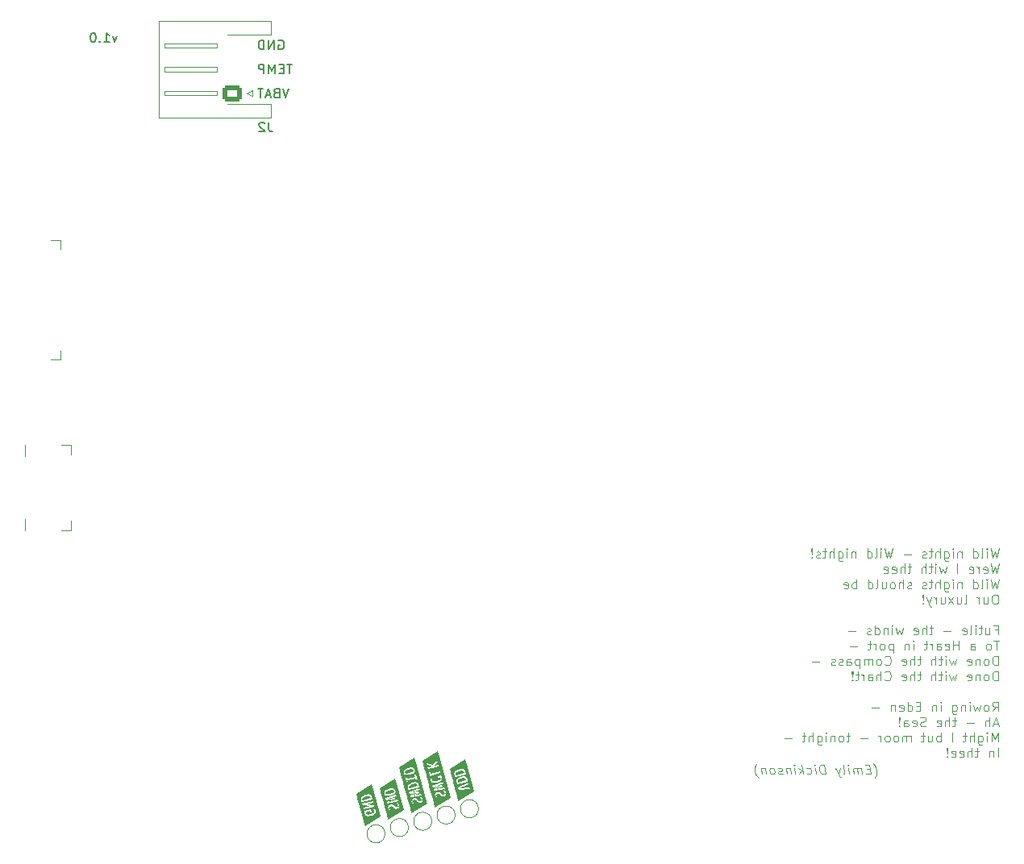
<source format=gbr>
%TF.GenerationSoftware,KiCad,Pcbnew,7.0.7*%
%TF.CreationDate,2023-12-03T19:38:24+01:00*%
%TF.ProjectId,nightliner,6e696768-746c-4696-9e65-722e6b696361,rev?*%
%TF.SameCoordinates,Original*%
%TF.FileFunction,Legend,Bot*%
%TF.FilePolarity,Positive*%
%FSLAX46Y46*%
G04 Gerber Fmt 4.6, Leading zero omitted, Abs format (unit mm)*
G04 Created by KiCad (PCBNEW 7.0.7) date 2023-12-03 19:38:24*
%MOMM*%
%LPD*%
G01*
G04 APERTURE LIST*
G04 Aperture macros list*
%AMRoundRect*
0 Rectangle with rounded corners*
0 $1 Rounding radius*
0 $2 $3 $4 $5 $6 $7 $8 $9 X,Y pos of 4 corners*
0 Add a 4 corners polygon primitive as box body*
4,1,4,$2,$3,$4,$5,$6,$7,$8,$9,$2,$3,0*
0 Add four circle primitives for the rounded corners*
1,1,$1+$1,$2,$3*
1,1,$1+$1,$4,$5*
1,1,$1+$1,$6,$7*
1,1,$1+$1,$8,$9*
0 Add four rect primitives between the rounded corners*
20,1,$1+$1,$2,$3,$4,$5,0*
20,1,$1+$1,$4,$5,$6,$7,0*
20,1,$1+$1,$6,$7,$8,$9,0*
20,1,$1+$1,$8,$9,$2,$3,0*%
%AMRotRect*
0 Rectangle, with rotation*
0 The origin of the aperture is its center*
0 $1 length*
0 $2 width*
0 $3 Rotation angle, in degrees counterclockwise*
0 Add horizontal line*
21,1,$1,$2,0,0,$3*%
G04 Aperture macros list end*
%ADD10C,0.150000*%
%ADD11C,0.120000*%
%ADD12C,0.125000*%
%ADD13C,0.650000*%
%ADD14O,1.000000X2.100000*%
%ADD15O,1.000000X1.600000*%
%ADD16C,1.700000*%
%ADD17C,3.000000*%
%ADD18C,3.400000*%
%ADD19RotRect,2.600000X2.600000X352.000000*%
%ADD20RotRect,2.600000X2.600000X354.000000*%
%ADD21R,0.700000X1.000000*%
%ADD22RotRect,2.600000X2.600000X356.000000*%
%ADD23RotRect,2.600000X2.600000X350.000000*%
%ADD24RotRect,2.600000X2.600000X40.000000*%
%ADD25R,2.600000X2.600000*%
%ADD26RotRect,2.600000X2.600000X15.000000*%
%ADD27RotRect,2.600000X2.600000X358.000000*%
%ADD28RoundRect,0.250000X0.725000X-0.600000X0.725000X0.600000X-0.725000X0.600000X-0.725000X-0.600000X0*%
%ADD29O,1.950000X1.700000*%
%ADD30C,6.000000*%
%ADD31C,2.400000*%
%ADD32C,1.500000*%
%ADD33R,1.300000X1.300000*%
%ADD34C,1.300000*%
%ADD35C,2.000000*%
%ADD36R,1.100000X1.100000*%
%ADD37C,1.100000*%
G04 APERTURE END LIST*
D10*
X62328398Y-40396438D02*
X62423636Y-40348819D01*
X62423636Y-40348819D02*
X62566493Y-40348819D01*
X62566493Y-40348819D02*
X62709350Y-40396438D01*
X62709350Y-40396438D02*
X62804588Y-40491676D01*
X62804588Y-40491676D02*
X62852207Y-40586914D01*
X62852207Y-40586914D02*
X62899826Y-40777390D01*
X62899826Y-40777390D02*
X62899826Y-40920247D01*
X62899826Y-40920247D02*
X62852207Y-41110723D01*
X62852207Y-41110723D02*
X62804588Y-41205961D01*
X62804588Y-41205961D02*
X62709350Y-41301200D01*
X62709350Y-41301200D02*
X62566493Y-41348819D01*
X62566493Y-41348819D02*
X62471255Y-41348819D01*
X62471255Y-41348819D02*
X62328398Y-41301200D01*
X62328398Y-41301200D02*
X62280779Y-41253580D01*
X62280779Y-41253580D02*
X62280779Y-40920247D01*
X62280779Y-40920247D02*
X62471255Y-40920247D01*
X61852207Y-41348819D02*
X61852207Y-40348819D01*
X61852207Y-40348819D02*
X61280779Y-41348819D01*
X61280779Y-41348819D02*
X61280779Y-40348819D01*
X60804588Y-41348819D02*
X60804588Y-40348819D01*
X60804588Y-40348819D02*
X60566493Y-40348819D01*
X60566493Y-40348819D02*
X60423636Y-40396438D01*
X60423636Y-40396438D02*
X60328398Y-40491676D01*
X60328398Y-40491676D02*
X60280779Y-40586914D01*
X60280779Y-40586914D02*
X60233160Y-40777390D01*
X60233160Y-40777390D02*
X60233160Y-40920247D01*
X60233160Y-40920247D02*
X60280779Y-41110723D01*
X60280779Y-41110723D02*
X60328398Y-41205961D01*
X60328398Y-41205961D02*
X60423636Y-41301200D01*
X60423636Y-41301200D02*
X60566493Y-41348819D01*
X60566493Y-41348819D02*
X60804588Y-41348819D01*
D11*
X124926814Y-117854331D02*
X124968481Y-117806712D01*
X124968481Y-117806712D02*
X125045862Y-117663855D01*
X125045862Y-117663855D02*
X125081576Y-117568617D01*
X125081576Y-117568617D02*
X125111338Y-117425760D01*
X125111338Y-117425760D02*
X125129195Y-117187664D01*
X125129195Y-117187664D02*
X125105386Y-116997188D01*
X125105386Y-116997188D02*
X125028005Y-116759093D01*
X125028005Y-116759093D02*
X124962529Y-116616236D01*
X124962529Y-116616236D02*
X124903005Y-116520998D01*
X124903005Y-116520998D02*
X124789910Y-116378140D01*
X124789910Y-116378140D02*
X124736338Y-116330521D01*
X124432766Y-116949569D02*
X124099433Y-116949569D01*
X124022052Y-117473379D02*
X124498243Y-117473379D01*
X124498243Y-117473379D02*
X124373243Y-116473379D01*
X124373243Y-116473379D02*
X123897052Y-116473379D01*
X123593481Y-117473379D02*
X123510147Y-116806712D01*
X123522052Y-116901950D02*
X123468481Y-116854331D01*
X123468481Y-116854331D02*
X123367290Y-116806712D01*
X123367290Y-116806712D02*
X123224433Y-116806712D01*
X123224433Y-116806712D02*
X123135147Y-116854331D01*
X123135147Y-116854331D02*
X123099433Y-116949569D01*
X123099433Y-116949569D02*
X123164909Y-117473379D01*
X123099433Y-116949569D02*
X123039909Y-116854331D01*
X123039909Y-116854331D02*
X122938719Y-116806712D01*
X122938719Y-116806712D02*
X122795862Y-116806712D01*
X122795862Y-116806712D02*
X122706576Y-116854331D01*
X122706576Y-116854331D02*
X122670862Y-116949569D01*
X122670862Y-116949569D02*
X122736338Y-117473379D01*
X122260148Y-117473379D02*
X122176814Y-116806712D01*
X122135148Y-116473379D02*
X122188719Y-116520998D01*
X122188719Y-116520998D02*
X122147052Y-116568617D01*
X122147052Y-116568617D02*
X122093481Y-116520998D01*
X122093481Y-116520998D02*
X122135148Y-116473379D01*
X122135148Y-116473379D02*
X122147052Y-116568617D01*
X121641101Y-117473379D02*
X121730386Y-117425760D01*
X121730386Y-117425760D02*
X121766101Y-117330521D01*
X121766101Y-117330521D02*
X121658958Y-116473379D01*
X121272052Y-116806712D02*
X121117291Y-117473379D01*
X120795862Y-116806712D02*
X121117291Y-117473379D01*
X121117291Y-117473379D02*
X121242291Y-117711474D01*
X121242291Y-117711474D02*
X121295862Y-117759093D01*
X121295862Y-117759093D02*
X121397052Y-117806712D01*
X119736338Y-117473379D02*
X119611338Y-116473379D01*
X119611338Y-116473379D02*
X119373242Y-116473379D01*
X119373242Y-116473379D02*
X119236338Y-116520998D01*
X119236338Y-116520998D02*
X119153004Y-116616236D01*
X119153004Y-116616236D02*
X119117290Y-116711474D01*
X119117290Y-116711474D02*
X119093481Y-116901950D01*
X119093481Y-116901950D02*
X119111338Y-117044807D01*
X119111338Y-117044807D02*
X119182766Y-117235283D01*
X119182766Y-117235283D02*
X119242290Y-117330521D01*
X119242290Y-117330521D02*
X119349433Y-117425760D01*
X119349433Y-117425760D02*
X119498242Y-117473379D01*
X119498242Y-117473379D02*
X119736338Y-117473379D01*
X118736338Y-117473379D02*
X118653004Y-116806712D01*
X118611338Y-116473379D02*
X118664909Y-116520998D01*
X118664909Y-116520998D02*
X118623242Y-116568617D01*
X118623242Y-116568617D02*
X118569671Y-116520998D01*
X118569671Y-116520998D02*
X118611338Y-116473379D01*
X118611338Y-116473379D02*
X118623242Y-116568617D01*
X117825624Y-117425760D02*
X117926814Y-117473379D01*
X117926814Y-117473379D02*
X118117291Y-117473379D01*
X118117291Y-117473379D02*
X118206576Y-117425760D01*
X118206576Y-117425760D02*
X118248243Y-117378140D01*
X118248243Y-117378140D02*
X118283957Y-117282902D01*
X118283957Y-117282902D02*
X118248243Y-116997188D01*
X118248243Y-116997188D02*
X118188719Y-116901950D01*
X118188719Y-116901950D02*
X118135148Y-116854331D01*
X118135148Y-116854331D02*
X118033957Y-116806712D01*
X118033957Y-116806712D02*
X117843481Y-116806712D01*
X117843481Y-116806712D02*
X117754195Y-116854331D01*
X117403005Y-117473379D02*
X117278005Y-116473379D01*
X117260148Y-117092426D02*
X117022052Y-117473379D01*
X116938719Y-116806712D02*
X117367290Y-117187664D01*
X116593481Y-117473379D02*
X116510147Y-116806712D01*
X116468481Y-116473379D02*
X116522052Y-116520998D01*
X116522052Y-116520998D02*
X116480385Y-116568617D01*
X116480385Y-116568617D02*
X116426814Y-116520998D01*
X116426814Y-116520998D02*
X116468481Y-116473379D01*
X116468481Y-116473379D02*
X116480385Y-116568617D01*
X116033957Y-116806712D02*
X116117291Y-117473379D01*
X116045862Y-116901950D02*
X115992291Y-116854331D01*
X115992291Y-116854331D02*
X115891100Y-116806712D01*
X115891100Y-116806712D02*
X115748243Y-116806712D01*
X115748243Y-116806712D02*
X115658957Y-116854331D01*
X115658957Y-116854331D02*
X115623243Y-116949569D01*
X115623243Y-116949569D02*
X115688719Y-117473379D01*
X115254195Y-117425760D02*
X115164910Y-117473379D01*
X115164910Y-117473379D02*
X114974433Y-117473379D01*
X114974433Y-117473379D02*
X114873243Y-117425760D01*
X114873243Y-117425760D02*
X114813719Y-117330521D01*
X114813719Y-117330521D02*
X114807767Y-117282902D01*
X114807767Y-117282902D02*
X114843481Y-117187664D01*
X114843481Y-117187664D02*
X114932767Y-117140045D01*
X114932767Y-117140045D02*
X115075624Y-117140045D01*
X115075624Y-117140045D02*
X115164910Y-117092426D01*
X115164910Y-117092426D02*
X115200624Y-116997188D01*
X115200624Y-116997188D02*
X115194672Y-116949569D01*
X115194672Y-116949569D02*
X115135148Y-116854331D01*
X115135148Y-116854331D02*
X115033957Y-116806712D01*
X115033957Y-116806712D02*
X114891100Y-116806712D01*
X114891100Y-116806712D02*
X114801814Y-116854331D01*
X114260148Y-117473379D02*
X114349433Y-117425760D01*
X114349433Y-117425760D02*
X114391100Y-117378140D01*
X114391100Y-117378140D02*
X114426814Y-117282902D01*
X114426814Y-117282902D02*
X114391100Y-116997188D01*
X114391100Y-116997188D02*
X114331576Y-116901950D01*
X114331576Y-116901950D02*
X114278005Y-116854331D01*
X114278005Y-116854331D02*
X114176814Y-116806712D01*
X114176814Y-116806712D02*
X114033957Y-116806712D01*
X114033957Y-116806712D02*
X113944671Y-116854331D01*
X113944671Y-116854331D02*
X113903005Y-116901950D01*
X113903005Y-116901950D02*
X113867290Y-116997188D01*
X113867290Y-116997188D02*
X113903005Y-117282902D01*
X113903005Y-117282902D02*
X113962528Y-117378140D01*
X113962528Y-117378140D02*
X114016100Y-117425760D01*
X114016100Y-117425760D02*
X114117290Y-117473379D01*
X114117290Y-117473379D02*
X114260148Y-117473379D01*
X113414909Y-116806712D02*
X113498243Y-117473379D01*
X113426814Y-116901950D02*
X113373243Y-116854331D01*
X113373243Y-116854331D02*
X113272052Y-116806712D01*
X113272052Y-116806712D02*
X113129195Y-116806712D01*
X113129195Y-116806712D02*
X113039909Y-116854331D01*
X113039909Y-116854331D02*
X113004195Y-116949569D01*
X113004195Y-116949569D02*
X113069671Y-117473379D01*
X112736338Y-117854331D02*
X112682766Y-117806712D01*
X112682766Y-117806712D02*
X112569671Y-117663855D01*
X112569671Y-117663855D02*
X112510147Y-117568617D01*
X112510147Y-117568617D02*
X112444671Y-117425760D01*
X112444671Y-117425760D02*
X112367290Y-117187664D01*
X112367290Y-117187664D02*
X112343481Y-116997188D01*
X112343481Y-116997188D02*
X112361338Y-116759093D01*
X112361338Y-116759093D02*
X112391100Y-116616236D01*
X112391100Y-116616236D02*
X112426814Y-116520998D01*
X112426814Y-116520998D02*
X112504195Y-116378140D01*
X112504195Y-116378140D02*
X112545862Y-116330521D01*
D12*
X137950906Y-93765119D02*
X137712811Y-94765119D01*
X137712811Y-94765119D02*
X137522335Y-94050833D01*
X137522335Y-94050833D02*
X137331859Y-94765119D01*
X137331859Y-94765119D02*
X137093764Y-93765119D01*
X136712811Y-94765119D02*
X136712811Y-94098452D01*
X136712811Y-93765119D02*
X136760430Y-93812738D01*
X136760430Y-93812738D02*
X136712811Y-93860357D01*
X136712811Y-93860357D02*
X136665192Y-93812738D01*
X136665192Y-93812738D02*
X136712811Y-93765119D01*
X136712811Y-93765119D02*
X136712811Y-93860357D01*
X136093764Y-94765119D02*
X136189002Y-94717500D01*
X136189002Y-94717500D02*
X136236621Y-94622261D01*
X136236621Y-94622261D02*
X136236621Y-93765119D01*
X135284240Y-94765119D02*
X135284240Y-93765119D01*
X135284240Y-94717500D02*
X135379478Y-94765119D01*
X135379478Y-94765119D02*
X135569954Y-94765119D01*
X135569954Y-94765119D02*
X135665192Y-94717500D01*
X135665192Y-94717500D02*
X135712811Y-94669880D01*
X135712811Y-94669880D02*
X135760430Y-94574642D01*
X135760430Y-94574642D02*
X135760430Y-94288928D01*
X135760430Y-94288928D02*
X135712811Y-94193690D01*
X135712811Y-94193690D02*
X135665192Y-94146071D01*
X135665192Y-94146071D02*
X135569954Y-94098452D01*
X135569954Y-94098452D02*
X135379478Y-94098452D01*
X135379478Y-94098452D02*
X135284240Y-94146071D01*
X134046144Y-94098452D02*
X134046144Y-94765119D01*
X134046144Y-94193690D02*
X133998525Y-94146071D01*
X133998525Y-94146071D02*
X133903287Y-94098452D01*
X133903287Y-94098452D02*
X133760430Y-94098452D01*
X133760430Y-94098452D02*
X133665192Y-94146071D01*
X133665192Y-94146071D02*
X133617573Y-94241309D01*
X133617573Y-94241309D02*
X133617573Y-94765119D01*
X133141382Y-94765119D02*
X133141382Y-94098452D01*
X133141382Y-93765119D02*
X133189001Y-93812738D01*
X133189001Y-93812738D02*
X133141382Y-93860357D01*
X133141382Y-93860357D02*
X133093763Y-93812738D01*
X133093763Y-93812738D02*
X133141382Y-93765119D01*
X133141382Y-93765119D02*
X133141382Y-93860357D01*
X132236621Y-94098452D02*
X132236621Y-94907976D01*
X132236621Y-94907976D02*
X132284240Y-95003214D01*
X132284240Y-95003214D02*
X132331859Y-95050833D01*
X132331859Y-95050833D02*
X132427097Y-95098452D01*
X132427097Y-95098452D02*
X132569954Y-95098452D01*
X132569954Y-95098452D02*
X132665192Y-95050833D01*
X132236621Y-94717500D02*
X132331859Y-94765119D01*
X132331859Y-94765119D02*
X132522335Y-94765119D01*
X132522335Y-94765119D02*
X132617573Y-94717500D01*
X132617573Y-94717500D02*
X132665192Y-94669880D01*
X132665192Y-94669880D02*
X132712811Y-94574642D01*
X132712811Y-94574642D02*
X132712811Y-94288928D01*
X132712811Y-94288928D02*
X132665192Y-94193690D01*
X132665192Y-94193690D02*
X132617573Y-94146071D01*
X132617573Y-94146071D02*
X132522335Y-94098452D01*
X132522335Y-94098452D02*
X132331859Y-94098452D01*
X132331859Y-94098452D02*
X132236621Y-94146071D01*
X131760430Y-94765119D02*
X131760430Y-93765119D01*
X131331859Y-94765119D02*
X131331859Y-94241309D01*
X131331859Y-94241309D02*
X131379478Y-94146071D01*
X131379478Y-94146071D02*
X131474716Y-94098452D01*
X131474716Y-94098452D02*
X131617573Y-94098452D01*
X131617573Y-94098452D02*
X131712811Y-94146071D01*
X131712811Y-94146071D02*
X131760430Y-94193690D01*
X130998525Y-94098452D02*
X130617573Y-94098452D01*
X130855668Y-93765119D02*
X130855668Y-94622261D01*
X130855668Y-94622261D02*
X130808049Y-94717500D01*
X130808049Y-94717500D02*
X130712811Y-94765119D01*
X130712811Y-94765119D02*
X130617573Y-94765119D01*
X130331858Y-94717500D02*
X130236620Y-94765119D01*
X130236620Y-94765119D02*
X130046144Y-94765119D01*
X130046144Y-94765119D02*
X129950906Y-94717500D01*
X129950906Y-94717500D02*
X129903287Y-94622261D01*
X129903287Y-94622261D02*
X129903287Y-94574642D01*
X129903287Y-94574642D02*
X129950906Y-94479404D01*
X129950906Y-94479404D02*
X130046144Y-94431785D01*
X130046144Y-94431785D02*
X130189001Y-94431785D01*
X130189001Y-94431785D02*
X130284239Y-94384166D01*
X130284239Y-94384166D02*
X130331858Y-94288928D01*
X130331858Y-94288928D02*
X130331858Y-94241309D01*
X130331858Y-94241309D02*
X130284239Y-94146071D01*
X130284239Y-94146071D02*
X130189001Y-94098452D01*
X130189001Y-94098452D02*
X130046144Y-94098452D01*
X130046144Y-94098452D02*
X129950906Y-94146071D01*
X128712810Y-94384166D02*
X127950906Y-94384166D01*
X126808048Y-93765119D02*
X126569953Y-94765119D01*
X126569953Y-94765119D02*
X126379477Y-94050833D01*
X126379477Y-94050833D02*
X126189001Y-94765119D01*
X126189001Y-94765119D02*
X125950906Y-93765119D01*
X125569953Y-94765119D02*
X125569953Y-94098452D01*
X125569953Y-93765119D02*
X125617572Y-93812738D01*
X125617572Y-93812738D02*
X125569953Y-93860357D01*
X125569953Y-93860357D02*
X125522334Y-93812738D01*
X125522334Y-93812738D02*
X125569953Y-93765119D01*
X125569953Y-93765119D02*
X125569953Y-93860357D01*
X124950906Y-94765119D02*
X125046144Y-94717500D01*
X125046144Y-94717500D02*
X125093763Y-94622261D01*
X125093763Y-94622261D02*
X125093763Y-93765119D01*
X124141382Y-94765119D02*
X124141382Y-93765119D01*
X124141382Y-94717500D02*
X124236620Y-94765119D01*
X124236620Y-94765119D02*
X124427096Y-94765119D01*
X124427096Y-94765119D02*
X124522334Y-94717500D01*
X124522334Y-94717500D02*
X124569953Y-94669880D01*
X124569953Y-94669880D02*
X124617572Y-94574642D01*
X124617572Y-94574642D02*
X124617572Y-94288928D01*
X124617572Y-94288928D02*
X124569953Y-94193690D01*
X124569953Y-94193690D02*
X124522334Y-94146071D01*
X124522334Y-94146071D02*
X124427096Y-94098452D01*
X124427096Y-94098452D02*
X124236620Y-94098452D01*
X124236620Y-94098452D02*
X124141382Y-94146071D01*
X122903286Y-94098452D02*
X122903286Y-94765119D01*
X122903286Y-94193690D02*
X122855667Y-94146071D01*
X122855667Y-94146071D02*
X122760429Y-94098452D01*
X122760429Y-94098452D02*
X122617572Y-94098452D01*
X122617572Y-94098452D02*
X122522334Y-94146071D01*
X122522334Y-94146071D02*
X122474715Y-94241309D01*
X122474715Y-94241309D02*
X122474715Y-94765119D01*
X121998524Y-94765119D02*
X121998524Y-94098452D01*
X121998524Y-93765119D02*
X122046143Y-93812738D01*
X122046143Y-93812738D02*
X121998524Y-93860357D01*
X121998524Y-93860357D02*
X121950905Y-93812738D01*
X121950905Y-93812738D02*
X121998524Y-93765119D01*
X121998524Y-93765119D02*
X121998524Y-93860357D01*
X121093763Y-94098452D02*
X121093763Y-94907976D01*
X121093763Y-94907976D02*
X121141382Y-95003214D01*
X121141382Y-95003214D02*
X121189001Y-95050833D01*
X121189001Y-95050833D02*
X121284239Y-95098452D01*
X121284239Y-95098452D02*
X121427096Y-95098452D01*
X121427096Y-95098452D02*
X121522334Y-95050833D01*
X121093763Y-94717500D02*
X121189001Y-94765119D01*
X121189001Y-94765119D02*
X121379477Y-94765119D01*
X121379477Y-94765119D02*
X121474715Y-94717500D01*
X121474715Y-94717500D02*
X121522334Y-94669880D01*
X121522334Y-94669880D02*
X121569953Y-94574642D01*
X121569953Y-94574642D02*
X121569953Y-94288928D01*
X121569953Y-94288928D02*
X121522334Y-94193690D01*
X121522334Y-94193690D02*
X121474715Y-94146071D01*
X121474715Y-94146071D02*
X121379477Y-94098452D01*
X121379477Y-94098452D02*
X121189001Y-94098452D01*
X121189001Y-94098452D02*
X121093763Y-94146071D01*
X120617572Y-94765119D02*
X120617572Y-93765119D01*
X120189001Y-94765119D02*
X120189001Y-94241309D01*
X120189001Y-94241309D02*
X120236620Y-94146071D01*
X120236620Y-94146071D02*
X120331858Y-94098452D01*
X120331858Y-94098452D02*
X120474715Y-94098452D01*
X120474715Y-94098452D02*
X120569953Y-94146071D01*
X120569953Y-94146071D02*
X120617572Y-94193690D01*
X119855667Y-94098452D02*
X119474715Y-94098452D01*
X119712810Y-93765119D02*
X119712810Y-94622261D01*
X119712810Y-94622261D02*
X119665191Y-94717500D01*
X119665191Y-94717500D02*
X119569953Y-94765119D01*
X119569953Y-94765119D02*
X119474715Y-94765119D01*
X119189000Y-94717500D02*
X119093762Y-94765119D01*
X119093762Y-94765119D02*
X118903286Y-94765119D01*
X118903286Y-94765119D02*
X118808048Y-94717500D01*
X118808048Y-94717500D02*
X118760429Y-94622261D01*
X118760429Y-94622261D02*
X118760429Y-94574642D01*
X118760429Y-94574642D02*
X118808048Y-94479404D01*
X118808048Y-94479404D02*
X118903286Y-94431785D01*
X118903286Y-94431785D02*
X119046143Y-94431785D01*
X119046143Y-94431785D02*
X119141381Y-94384166D01*
X119141381Y-94384166D02*
X119189000Y-94288928D01*
X119189000Y-94288928D02*
X119189000Y-94241309D01*
X119189000Y-94241309D02*
X119141381Y-94146071D01*
X119141381Y-94146071D02*
X119046143Y-94098452D01*
X119046143Y-94098452D02*
X118903286Y-94098452D01*
X118903286Y-94098452D02*
X118808048Y-94146071D01*
X118331857Y-94669880D02*
X118284238Y-94717500D01*
X118284238Y-94717500D02*
X118331857Y-94765119D01*
X118331857Y-94765119D02*
X118379476Y-94717500D01*
X118379476Y-94717500D02*
X118331857Y-94669880D01*
X118331857Y-94669880D02*
X118331857Y-94765119D01*
X118331857Y-94384166D02*
X118379476Y-93812738D01*
X118379476Y-93812738D02*
X118331857Y-93765119D01*
X118331857Y-93765119D02*
X118284238Y-93812738D01*
X118284238Y-93812738D02*
X118331857Y-94384166D01*
X118331857Y-94384166D02*
X118331857Y-93765119D01*
X137950906Y-95375119D02*
X137712811Y-96375119D01*
X137712811Y-96375119D02*
X137522335Y-95660833D01*
X137522335Y-95660833D02*
X137331859Y-96375119D01*
X137331859Y-96375119D02*
X137093764Y-95375119D01*
X136331859Y-96327500D02*
X136427097Y-96375119D01*
X136427097Y-96375119D02*
X136617573Y-96375119D01*
X136617573Y-96375119D02*
X136712811Y-96327500D01*
X136712811Y-96327500D02*
X136760430Y-96232261D01*
X136760430Y-96232261D02*
X136760430Y-95851309D01*
X136760430Y-95851309D02*
X136712811Y-95756071D01*
X136712811Y-95756071D02*
X136617573Y-95708452D01*
X136617573Y-95708452D02*
X136427097Y-95708452D01*
X136427097Y-95708452D02*
X136331859Y-95756071D01*
X136331859Y-95756071D02*
X136284240Y-95851309D01*
X136284240Y-95851309D02*
X136284240Y-95946547D01*
X136284240Y-95946547D02*
X136760430Y-96041785D01*
X135855668Y-96375119D02*
X135855668Y-95708452D01*
X135855668Y-95898928D02*
X135808049Y-95803690D01*
X135808049Y-95803690D02*
X135760430Y-95756071D01*
X135760430Y-95756071D02*
X135665192Y-95708452D01*
X135665192Y-95708452D02*
X135569954Y-95708452D01*
X134855668Y-96327500D02*
X134950906Y-96375119D01*
X134950906Y-96375119D02*
X135141382Y-96375119D01*
X135141382Y-96375119D02*
X135236620Y-96327500D01*
X135236620Y-96327500D02*
X135284239Y-96232261D01*
X135284239Y-96232261D02*
X135284239Y-95851309D01*
X135284239Y-95851309D02*
X135236620Y-95756071D01*
X135236620Y-95756071D02*
X135141382Y-95708452D01*
X135141382Y-95708452D02*
X134950906Y-95708452D01*
X134950906Y-95708452D02*
X134855668Y-95756071D01*
X134855668Y-95756071D02*
X134808049Y-95851309D01*
X134808049Y-95851309D02*
X134808049Y-95946547D01*
X134808049Y-95946547D02*
X135284239Y-96041785D01*
X133617572Y-96375119D02*
X133617572Y-95375119D01*
X132474715Y-95708452D02*
X132284239Y-96375119D01*
X132284239Y-96375119D02*
X132093763Y-95898928D01*
X132093763Y-95898928D02*
X131903287Y-96375119D01*
X131903287Y-96375119D02*
X131712811Y-95708452D01*
X131331858Y-96375119D02*
X131331858Y-95708452D01*
X131331858Y-95375119D02*
X131379477Y-95422738D01*
X131379477Y-95422738D02*
X131331858Y-95470357D01*
X131331858Y-95470357D02*
X131284239Y-95422738D01*
X131284239Y-95422738D02*
X131331858Y-95375119D01*
X131331858Y-95375119D02*
X131331858Y-95470357D01*
X130998525Y-95708452D02*
X130617573Y-95708452D01*
X130855668Y-95375119D02*
X130855668Y-96232261D01*
X130855668Y-96232261D02*
X130808049Y-96327500D01*
X130808049Y-96327500D02*
X130712811Y-96375119D01*
X130712811Y-96375119D02*
X130617573Y-96375119D01*
X130284239Y-96375119D02*
X130284239Y-95375119D01*
X129855668Y-96375119D02*
X129855668Y-95851309D01*
X129855668Y-95851309D02*
X129903287Y-95756071D01*
X129903287Y-95756071D02*
X129998525Y-95708452D01*
X129998525Y-95708452D02*
X130141382Y-95708452D01*
X130141382Y-95708452D02*
X130236620Y-95756071D01*
X130236620Y-95756071D02*
X130284239Y-95803690D01*
X128760429Y-95708452D02*
X128379477Y-95708452D01*
X128617572Y-95375119D02*
X128617572Y-96232261D01*
X128617572Y-96232261D02*
X128569953Y-96327500D01*
X128569953Y-96327500D02*
X128474715Y-96375119D01*
X128474715Y-96375119D02*
X128379477Y-96375119D01*
X128046143Y-96375119D02*
X128046143Y-95375119D01*
X127617572Y-96375119D02*
X127617572Y-95851309D01*
X127617572Y-95851309D02*
X127665191Y-95756071D01*
X127665191Y-95756071D02*
X127760429Y-95708452D01*
X127760429Y-95708452D02*
X127903286Y-95708452D01*
X127903286Y-95708452D02*
X127998524Y-95756071D01*
X127998524Y-95756071D02*
X128046143Y-95803690D01*
X126760429Y-96327500D02*
X126855667Y-96375119D01*
X126855667Y-96375119D02*
X127046143Y-96375119D01*
X127046143Y-96375119D02*
X127141381Y-96327500D01*
X127141381Y-96327500D02*
X127189000Y-96232261D01*
X127189000Y-96232261D02*
X127189000Y-95851309D01*
X127189000Y-95851309D02*
X127141381Y-95756071D01*
X127141381Y-95756071D02*
X127046143Y-95708452D01*
X127046143Y-95708452D02*
X126855667Y-95708452D01*
X126855667Y-95708452D02*
X126760429Y-95756071D01*
X126760429Y-95756071D02*
X126712810Y-95851309D01*
X126712810Y-95851309D02*
X126712810Y-95946547D01*
X126712810Y-95946547D02*
X127189000Y-96041785D01*
X125903286Y-96327500D02*
X125998524Y-96375119D01*
X125998524Y-96375119D02*
X126189000Y-96375119D01*
X126189000Y-96375119D02*
X126284238Y-96327500D01*
X126284238Y-96327500D02*
X126331857Y-96232261D01*
X126331857Y-96232261D02*
X126331857Y-95851309D01*
X126331857Y-95851309D02*
X126284238Y-95756071D01*
X126284238Y-95756071D02*
X126189000Y-95708452D01*
X126189000Y-95708452D02*
X125998524Y-95708452D01*
X125998524Y-95708452D02*
X125903286Y-95756071D01*
X125903286Y-95756071D02*
X125855667Y-95851309D01*
X125855667Y-95851309D02*
X125855667Y-95946547D01*
X125855667Y-95946547D02*
X126331857Y-96041785D01*
X137950906Y-96985119D02*
X137712811Y-97985119D01*
X137712811Y-97985119D02*
X137522335Y-97270833D01*
X137522335Y-97270833D02*
X137331859Y-97985119D01*
X137331859Y-97985119D02*
X137093764Y-96985119D01*
X136712811Y-97985119D02*
X136712811Y-97318452D01*
X136712811Y-96985119D02*
X136760430Y-97032738D01*
X136760430Y-97032738D02*
X136712811Y-97080357D01*
X136712811Y-97080357D02*
X136665192Y-97032738D01*
X136665192Y-97032738D02*
X136712811Y-96985119D01*
X136712811Y-96985119D02*
X136712811Y-97080357D01*
X136093764Y-97985119D02*
X136189002Y-97937500D01*
X136189002Y-97937500D02*
X136236621Y-97842261D01*
X136236621Y-97842261D02*
X136236621Y-96985119D01*
X135284240Y-97985119D02*
X135284240Y-96985119D01*
X135284240Y-97937500D02*
X135379478Y-97985119D01*
X135379478Y-97985119D02*
X135569954Y-97985119D01*
X135569954Y-97985119D02*
X135665192Y-97937500D01*
X135665192Y-97937500D02*
X135712811Y-97889880D01*
X135712811Y-97889880D02*
X135760430Y-97794642D01*
X135760430Y-97794642D02*
X135760430Y-97508928D01*
X135760430Y-97508928D02*
X135712811Y-97413690D01*
X135712811Y-97413690D02*
X135665192Y-97366071D01*
X135665192Y-97366071D02*
X135569954Y-97318452D01*
X135569954Y-97318452D02*
X135379478Y-97318452D01*
X135379478Y-97318452D02*
X135284240Y-97366071D01*
X134046144Y-97318452D02*
X134046144Y-97985119D01*
X134046144Y-97413690D02*
X133998525Y-97366071D01*
X133998525Y-97366071D02*
X133903287Y-97318452D01*
X133903287Y-97318452D02*
X133760430Y-97318452D01*
X133760430Y-97318452D02*
X133665192Y-97366071D01*
X133665192Y-97366071D02*
X133617573Y-97461309D01*
X133617573Y-97461309D02*
X133617573Y-97985119D01*
X133141382Y-97985119D02*
X133141382Y-97318452D01*
X133141382Y-96985119D02*
X133189001Y-97032738D01*
X133189001Y-97032738D02*
X133141382Y-97080357D01*
X133141382Y-97080357D02*
X133093763Y-97032738D01*
X133093763Y-97032738D02*
X133141382Y-96985119D01*
X133141382Y-96985119D02*
X133141382Y-97080357D01*
X132236621Y-97318452D02*
X132236621Y-98127976D01*
X132236621Y-98127976D02*
X132284240Y-98223214D01*
X132284240Y-98223214D02*
X132331859Y-98270833D01*
X132331859Y-98270833D02*
X132427097Y-98318452D01*
X132427097Y-98318452D02*
X132569954Y-98318452D01*
X132569954Y-98318452D02*
X132665192Y-98270833D01*
X132236621Y-97937500D02*
X132331859Y-97985119D01*
X132331859Y-97985119D02*
X132522335Y-97985119D01*
X132522335Y-97985119D02*
X132617573Y-97937500D01*
X132617573Y-97937500D02*
X132665192Y-97889880D01*
X132665192Y-97889880D02*
X132712811Y-97794642D01*
X132712811Y-97794642D02*
X132712811Y-97508928D01*
X132712811Y-97508928D02*
X132665192Y-97413690D01*
X132665192Y-97413690D02*
X132617573Y-97366071D01*
X132617573Y-97366071D02*
X132522335Y-97318452D01*
X132522335Y-97318452D02*
X132331859Y-97318452D01*
X132331859Y-97318452D02*
X132236621Y-97366071D01*
X131760430Y-97985119D02*
X131760430Y-96985119D01*
X131331859Y-97985119D02*
X131331859Y-97461309D01*
X131331859Y-97461309D02*
X131379478Y-97366071D01*
X131379478Y-97366071D02*
X131474716Y-97318452D01*
X131474716Y-97318452D02*
X131617573Y-97318452D01*
X131617573Y-97318452D02*
X131712811Y-97366071D01*
X131712811Y-97366071D02*
X131760430Y-97413690D01*
X130998525Y-97318452D02*
X130617573Y-97318452D01*
X130855668Y-96985119D02*
X130855668Y-97842261D01*
X130855668Y-97842261D02*
X130808049Y-97937500D01*
X130808049Y-97937500D02*
X130712811Y-97985119D01*
X130712811Y-97985119D02*
X130617573Y-97985119D01*
X130331858Y-97937500D02*
X130236620Y-97985119D01*
X130236620Y-97985119D02*
X130046144Y-97985119D01*
X130046144Y-97985119D02*
X129950906Y-97937500D01*
X129950906Y-97937500D02*
X129903287Y-97842261D01*
X129903287Y-97842261D02*
X129903287Y-97794642D01*
X129903287Y-97794642D02*
X129950906Y-97699404D01*
X129950906Y-97699404D02*
X130046144Y-97651785D01*
X130046144Y-97651785D02*
X130189001Y-97651785D01*
X130189001Y-97651785D02*
X130284239Y-97604166D01*
X130284239Y-97604166D02*
X130331858Y-97508928D01*
X130331858Y-97508928D02*
X130331858Y-97461309D01*
X130331858Y-97461309D02*
X130284239Y-97366071D01*
X130284239Y-97366071D02*
X130189001Y-97318452D01*
X130189001Y-97318452D02*
X130046144Y-97318452D01*
X130046144Y-97318452D02*
X129950906Y-97366071D01*
X128760429Y-97937500D02*
X128665191Y-97985119D01*
X128665191Y-97985119D02*
X128474715Y-97985119D01*
X128474715Y-97985119D02*
X128379477Y-97937500D01*
X128379477Y-97937500D02*
X128331858Y-97842261D01*
X128331858Y-97842261D02*
X128331858Y-97794642D01*
X128331858Y-97794642D02*
X128379477Y-97699404D01*
X128379477Y-97699404D02*
X128474715Y-97651785D01*
X128474715Y-97651785D02*
X128617572Y-97651785D01*
X128617572Y-97651785D02*
X128712810Y-97604166D01*
X128712810Y-97604166D02*
X128760429Y-97508928D01*
X128760429Y-97508928D02*
X128760429Y-97461309D01*
X128760429Y-97461309D02*
X128712810Y-97366071D01*
X128712810Y-97366071D02*
X128617572Y-97318452D01*
X128617572Y-97318452D02*
X128474715Y-97318452D01*
X128474715Y-97318452D02*
X128379477Y-97366071D01*
X127903286Y-97985119D02*
X127903286Y-96985119D01*
X127474715Y-97985119D02*
X127474715Y-97461309D01*
X127474715Y-97461309D02*
X127522334Y-97366071D01*
X127522334Y-97366071D02*
X127617572Y-97318452D01*
X127617572Y-97318452D02*
X127760429Y-97318452D01*
X127760429Y-97318452D02*
X127855667Y-97366071D01*
X127855667Y-97366071D02*
X127903286Y-97413690D01*
X126855667Y-97985119D02*
X126950905Y-97937500D01*
X126950905Y-97937500D02*
X126998524Y-97889880D01*
X126998524Y-97889880D02*
X127046143Y-97794642D01*
X127046143Y-97794642D02*
X127046143Y-97508928D01*
X127046143Y-97508928D02*
X126998524Y-97413690D01*
X126998524Y-97413690D02*
X126950905Y-97366071D01*
X126950905Y-97366071D02*
X126855667Y-97318452D01*
X126855667Y-97318452D02*
X126712810Y-97318452D01*
X126712810Y-97318452D02*
X126617572Y-97366071D01*
X126617572Y-97366071D02*
X126569953Y-97413690D01*
X126569953Y-97413690D02*
X126522334Y-97508928D01*
X126522334Y-97508928D02*
X126522334Y-97794642D01*
X126522334Y-97794642D02*
X126569953Y-97889880D01*
X126569953Y-97889880D02*
X126617572Y-97937500D01*
X126617572Y-97937500D02*
X126712810Y-97985119D01*
X126712810Y-97985119D02*
X126855667Y-97985119D01*
X125665191Y-97318452D02*
X125665191Y-97985119D01*
X126093762Y-97318452D02*
X126093762Y-97842261D01*
X126093762Y-97842261D02*
X126046143Y-97937500D01*
X126046143Y-97937500D02*
X125950905Y-97985119D01*
X125950905Y-97985119D02*
X125808048Y-97985119D01*
X125808048Y-97985119D02*
X125712810Y-97937500D01*
X125712810Y-97937500D02*
X125665191Y-97889880D01*
X125046143Y-97985119D02*
X125141381Y-97937500D01*
X125141381Y-97937500D02*
X125189000Y-97842261D01*
X125189000Y-97842261D02*
X125189000Y-96985119D01*
X124236619Y-97985119D02*
X124236619Y-96985119D01*
X124236619Y-97937500D02*
X124331857Y-97985119D01*
X124331857Y-97985119D02*
X124522333Y-97985119D01*
X124522333Y-97985119D02*
X124617571Y-97937500D01*
X124617571Y-97937500D02*
X124665190Y-97889880D01*
X124665190Y-97889880D02*
X124712809Y-97794642D01*
X124712809Y-97794642D02*
X124712809Y-97508928D01*
X124712809Y-97508928D02*
X124665190Y-97413690D01*
X124665190Y-97413690D02*
X124617571Y-97366071D01*
X124617571Y-97366071D02*
X124522333Y-97318452D01*
X124522333Y-97318452D02*
X124331857Y-97318452D01*
X124331857Y-97318452D02*
X124236619Y-97366071D01*
X122998523Y-97985119D02*
X122998523Y-96985119D01*
X122998523Y-97366071D02*
X122903285Y-97318452D01*
X122903285Y-97318452D02*
X122712809Y-97318452D01*
X122712809Y-97318452D02*
X122617571Y-97366071D01*
X122617571Y-97366071D02*
X122569952Y-97413690D01*
X122569952Y-97413690D02*
X122522333Y-97508928D01*
X122522333Y-97508928D02*
X122522333Y-97794642D01*
X122522333Y-97794642D02*
X122569952Y-97889880D01*
X122569952Y-97889880D02*
X122617571Y-97937500D01*
X122617571Y-97937500D02*
X122712809Y-97985119D01*
X122712809Y-97985119D02*
X122903285Y-97985119D01*
X122903285Y-97985119D02*
X122998523Y-97937500D01*
X121712809Y-97937500D02*
X121808047Y-97985119D01*
X121808047Y-97985119D02*
X121998523Y-97985119D01*
X121998523Y-97985119D02*
X122093761Y-97937500D01*
X122093761Y-97937500D02*
X122141380Y-97842261D01*
X122141380Y-97842261D02*
X122141380Y-97461309D01*
X122141380Y-97461309D02*
X122093761Y-97366071D01*
X122093761Y-97366071D02*
X121998523Y-97318452D01*
X121998523Y-97318452D02*
X121808047Y-97318452D01*
X121808047Y-97318452D02*
X121712809Y-97366071D01*
X121712809Y-97366071D02*
X121665190Y-97461309D01*
X121665190Y-97461309D02*
X121665190Y-97556547D01*
X121665190Y-97556547D02*
X122141380Y-97651785D01*
X137665192Y-98595119D02*
X137474716Y-98595119D01*
X137474716Y-98595119D02*
X137379478Y-98642738D01*
X137379478Y-98642738D02*
X137284240Y-98737976D01*
X137284240Y-98737976D02*
X137236621Y-98928452D01*
X137236621Y-98928452D02*
X137236621Y-99261785D01*
X137236621Y-99261785D02*
X137284240Y-99452261D01*
X137284240Y-99452261D02*
X137379478Y-99547500D01*
X137379478Y-99547500D02*
X137474716Y-99595119D01*
X137474716Y-99595119D02*
X137665192Y-99595119D01*
X137665192Y-99595119D02*
X137760430Y-99547500D01*
X137760430Y-99547500D02*
X137855668Y-99452261D01*
X137855668Y-99452261D02*
X137903287Y-99261785D01*
X137903287Y-99261785D02*
X137903287Y-98928452D01*
X137903287Y-98928452D02*
X137855668Y-98737976D01*
X137855668Y-98737976D02*
X137760430Y-98642738D01*
X137760430Y-98642738D02*
X137665192Y-98595119D01*
X136379478Y-98928452D02*
X136379478Y-99595119D01*
X136808049Y-98928452D02*
X136808049Y-99452261D01*
X136808049Y-99452261D02*
X136760430Y-99547500D01*
X136760430Y-99547500D02*
X136665192Y-99595119D01*
X136665192Y-99595119D02*
X136522335Y-99595119D01*
X136522335Y-99595119D02*
X136427097Y-99547500D01*
X136427097Y-99547500D02*
X136379478Y-99499880D01*
X135903287Y-99595119D02*
X135903287Y-98928452D01*
X135903287Y-99118928D02*
X135855668Y-99023690D01*
X135855668Y-99023690D02*
X135808049Y-98976071D01*
X135808049Y-98976071D02*
X135712811Y-98928452D01*
X135712811Y-98928452D02*
X135617573Y-98928452D01*
X134379477Y-99595119D02*
X134474715Y-99547500D01*
X134474715Y-99547500D02*
X134522334Y-99452261D01*
X134522334Y-99452261D02*
X134522334Y-98595119D01*
X133569953Y-98928452D02*
X133569953Y-99595119D01*
X133998524Y-98928452D02*
X133998524Y-99452261D01*
X133998524Y-99452261D02*
X133950905Y-99547500D01*
X133950905Y-99547500D02*
X133855667Y-99595119D01*
X133855667Y-99595119D02*
X133712810Y-99595119D01*
X133712810Y-99595119D02*
X133617572Y-99547500D01*
X133617572Y-99547500D02*
X133569953Y-99499880D01*
X133189000Y-99595119D02*
X132665191Y-98928452D01*
X133189000Y-98928452D02*
X132665191Y-99595119D01*
X131855667Y-98928452D02*
X131855667Y-99595119D01*
X132284238Y-98928452D02*
X132284238Y-99452261D01*
X132284238Y-99452261D02*
X132236619Y-99547500D01*
X132236619Y-99547500D02*
X132141381Y-99595119D01*
X132141381Y-99595119D02*
X131998524Y-99595119D01*
X131998524Y-99595119D02*
X131903286Y-99547500D01*
X131903286Y-99547500D02*
X131855667Y-99499880D01*
X131379476Y-99595119D02*
X131379476Y-98928452D01*
X131379476Y-99118928D02*
X131331857Y-99023690D01*
X131331857Y-99023690D02*
X131284238Y-98976071D01*
X131284238Y-98976071D02*
X131189000Y-98928452D01*
X131189000Y-98928452D02*
X131093762Y-98928452D01*
X130855666Y-98928452D02*
X130617571Y-99595119D01*
X130379476Y-98928452D02*
X130617571Y-99595119D01*
X130617571Y-99595119D02*
X130712809Y-99833214D01*
X130712809Y-99833214D02*
X130760428Y-99880833D01*
X130760428Y-99880833D02*
X130855666Y-99928452D01*
X129998523Y-99499880D02*
X129950904Y-99547500D01*
X129950904Y-99547500D02*
X129998523Y-99595119D01*
X129998523Y-99595119D02*
X130046142Y-99547500D01*
X130046142Y-99547500D02*
X129998523Y-99499880D01*
X129998523Y-99499880D02*
X129998523Y-99595119D01*
X129998523Y-99214166D02*
X130046142Y-98642738D01*
X130046142Y-98642738D02*
X129998523Y-98595119D01*
X129998523Y-98595119D02*
X129950904Y-98642738D01*
X129950904Y-98642738D02*
X129998523Y-99214166D01*
X129998523Y-99214166D02*
X129998523Y-98595119D01*
X137522335Y-102291309D02*
X137855668Y-102291309D01*
X137855668Y-102815119D02*
X137855668Y-101815119D01*
X137855668Y-101815119D02*
X137379478Y-101815119D01*
X136569954Y-102148452D02*
X136569954Y-102815119D01*
X136998525Y-102148452D02*
X136998525Y-102672261D01*
X136998525Y-102672261D02*
X136950906Y-102767500D01*
X136950906Y-102767500D02*
X136855668Y-102815119D01*
X136855668Y-102815119D02*
X136712811Y-102815119D01*
X136712811Y-102815119D02*
X136617573Y-102767500D01*
X136617573Y-102767500D02*
X136569954Y-102719880D01*
X136236620Y-102148452D02*
X135855668Y-102148452D01*
X136093763Y-101815119D02*
X136093763Y-102672261D01*
X136093763Y-102672261D02*
X136046144Y-102767500D01*
X136046144Y-102767500D02*
X135950906Y-102815119D01*
X135950906Y-102815119D02*
X135855668Y-102815119D01*
X135522334Y-102815119D02*
X135522334Y-102148452D01*
X135522334Y-101815119D02*
X135569953Y-101862738D01*
X135569953Y-101862738D02*
X135522334Y-101910357D01*
X135522334Y-101910357D02*
X135474715Y-101862738D01*
X135474715Y-101862738D02*
X135522334Y-101815119D01*
X135522334Y-101815119D02*
X135522334Y-101910357D01*
X134903287Y-102815119D02*
X134998525Y-102767500D01*
X134998525Y-102767500D02*
X135046144Y-102672261D01*
X135046144Y-102672261D02*
X135046144Y-101815119D01*
X134141382Y-102767500D02*
X134236620Y-102815119D01*
X134236620Y-102815119D02*
X134427096Y-102815119D01*
X134427096Y-102815119D02*
X134522334Y-102767500D01*
X134522334Y-102767500D02*
X134569953Y-102672261D01*
X134569953Y-102672261D02*
X134569953Y-102291309D01*
X134569953Y-102291309D02*
X134522334Y-102196071D01*
X134522334Y-102196071D02*
X134427096Y-102148452D01*
X134427096Y-102148452D02*
X134236620Y-102148452D01*
X134236620Y-102148452D02*
X134141382Y-102196071D01*
X134141382Y-102196071D02*
X134093763Y-102291309D01*
X134093763Y-102291309D02*
X134093763Y-102386547D01*
X134093763Y-102386547D02*
X134569953Y-102481785D01*
X132903286Y-102434166D02*
X132141382Y-102434166D01*
X131046143Y-102148452D02*
X130665191Y-102148452D01*
X130903286Y-101815119D02*
X130903286Y-102672261D01*
X130903286Y-102672261D02*
X130855667Y-102767500D01*
X130855667Y-102767500D02*
X130760429Y-102815119D01*
X130760429Y-102815119D02*
X130665191Y-102815119D01*
X130331857Y-102815119D02*
X130331857Y-101815119D01*
X129903286Y-102815119D02*
X129903286Y-102291309D01*
X129903286Y-102291309D02*
X129950905Y-102196071D01*
X129950905Y-102196071D02*
X130046143Y-102148452D01*
X130046143Y-102148452D02*
X130189000Y-102148452D01*
X130189000Y-102148452D02*
X130284238Y-102196071D01*
X130284238Y-102196071D02*
X130331857Y-102243690D01*
X129046143Y-102767500D02*
X129141381Y-102815119D01*
X129141381Y-102815119D02*
X129331857Y-102815119D01*
X129331857Y-102815119D02*
X129427095Y-102767500D01*
X129427095Y-102767500D02*
X129474714Y-102672261D01*
X129474714Y-102672261D02*
X129474714Y-102291309D01*
X129474714Y-102291309D02*
X129427095Y-102196071D01*
X129427095Y-102196071D02*
X129331857Y-102148452D01*
X129331857Y-102148452D02*
X129141381Y-102148452D01*
X129141381Y-102148452D02*
X129046143Y-102196071D01*
X129046143Y-102196071D02*
X128998524Y-102291309D01*
X128998524Y-102291309D02*
X128998524Y-102386547D01*
X128998524Y-102386547D02*
X129474714Y-102481785D01*
X127903285Y-102148452D02*
X127712809Y-102815119D01*
X127712809Y-102815119D02*
X127522333Y-102338928D01*
X127522333Y-102338928D02*
X127331857Y-102815119D01*
X127331857Y-102815119D02*
X127141381Y-102148452D01*
X126760428Y-102815119D02*
X126760428Y-102148452D01*
X126760428Y-101815119D02*
X126808047Y-101862738D01*
X126808047Y-101862738D02*
X126760428Y-101910357D01*
X126760428Y-101910357D02*
X126712809Y-101862738D01*
X126712809Y-101862738D02*
X126760428Y-101815119D01*
X126760428Y-101815119D02*
X126760428Y-101910357D01*
X126284238Y-102148452D02*
X126284238Y-102815119D01*
X126284238Y-102243690D02*
X126236619Y-102196071D01*
X126236619Y-102196071D02*
X126141381Y-102148452D01*
X126141381Y-102148452D02*
X125998524Y-102148452D01*
X125998524Y-102148452D02*
X125903286Y-102196071D01*
X125903286Y-102196071D02*
X125855667Y-102291309D01*
X125855667Y-102291309D02*
X125855667Y-102815119D01*
X124950905Y-102815119D02*
X124950905Y-101815119D01*
X124950905Y-102767500D02*
X125046143Y-102815119D01*
X125046143Y-102815119D02*
X125236619Y-102815119D01*
X125236619Y-102815119D02*
X125331857Y-102767500D01*
X125331857Y-102767500D02*
X125379476Y-102719880D01*
X125379476Y-102719880D02*
X125427095Y-102624642D01*
X125427095Y-102624642D02*
X125427095Y-102338928D01*
X125427095Y-102338928D02*
X125379476Y-102243690D01*
X125379476Y-102243690D02*
X125331857Y-102196071D01*
X125331857Y-102196071D02*
X125236619Y-102148452D01*
X125236619Y-102148452D02*
X125046143Y-102148452D01*
X125046143Y-102148452D02*
X124950905Y-102196071D01*
X124522333Y-102767500D02*
X124427095Y-102815119D01*
X124427095Y-102815119D02*
X124236619Y-102815119D01*
X124236619Y-102815119D02*
X124141381Y-102767500D01*
X124141381Y-102767500D02*
X124093762Y-102672261D01*
X124093762Y-102672261D02*
X124093762Y-102624642D01*
X124093762Y-102624642D02*
X124141381Y-102529404D01*
X124141381Y-102529404D02*
X124236619Y-102481785D01*
X124236619Y-102481785D02*
X124379476Y-102481785D01*
X124379476Y-102481785D02*
X124474714Y-102434166D01*
X124474714Y-102434166D02*
X124522333Y-102338928D01*
X124522333Y-102338928D02*
X124522333Y-102291309D01*
X124522333Y-102291309D02*
X124474714Y-102196071D01*
X124474714Y-102196071D02*
X124379476Y-102148452D01*
X124379476Y-102148452D02*
X124236619Y-102148452D01*
X124236619Y-102148452D02*
X124141381Y-102196071D01*
X122903285Y-102434166D02*
X122141381Y-102434166D01*
X137998525Y-103425119D02*
X137427097Y-103425119D01*
X137712811Y-104425119D02*
X137712811Y-103425119D01*
X136950906Y-104425119D02*
X137046144Y-104377500D01*
X137046144Y-104377500D02*
X137093763Y-104329880D01*
X137093763Y-104329880D02*
X137141382Y-104234642D01*
X137141382Y-104234642D02*
X137141382Y-103948928D01*
X137141382Y-103948928D02*
X137093763Y-103853690D01*
X137093763Y-103853690D02*
X137046144Y-103806071D01*
X137046144Y-103806071D02*
X136950906Y-103758452D01*
X136950906Y-103758452D02*
X136808049Y-103758452D01*
X136808049Y-103758452D02*
X136712811Y-103806071D01*
X136712811Y-103806071D02*
X136665192Y-103853690D01*
X136665192Y-103853690D02*
X136617573Y-103948928D01*
X136617573Y-103948928D02*
X136617573Y-104234642D01*
X136617573Y-104234642D02*
X136665192Y-104329880D01*
X136665192Y-104329880D02*
X136712811Y-104377500D01*
X136712811Y-104377500D02*
X136808049Y-104425119D01*
X136808049Y-104425119D02*
X136950906Y-104425119D01*
X134998525Y-104425119D02*
X134998525Y-103901309D01*
X134998525Y-103901309D02*
X135046144Y-103806071D01*
X135046144Y-103806071D02*
X135141382Y-103758452D01*
X135141382Y-103758452D02*
X135331858Y-103758452D01*
X135331858Y-103758452D02*
X135427096Y-103806071D01*
X134998525Y-104377500D02*
X135093763Y-104425119D01*
X135093763Y-104425119D02*
X135331858Y-104425119D01*
X135331858Y-104425119D02*
X135427096Y-104377500D01*
X135427096Y-104377500D02*
X135474715Y-104282261D01*
X135474715Y-104282261D02*
X135474715Y-104187023D01*
X135474715Y-104187023D02*
X135427096Y-104091785D01*
X135427096Y-104091785D02*
X135331858Y-104044166D01*
X135331858Y-104044166D02*
X135093763Y-104044166D01*
X135093763Y-104044166D02*
X134998525Y-103996547D01*
X133760429Y-104425119D02*
X133760429Y-103425119D01*
X133760429Y-103901309D02*
X133189001Y-103901309D01*
X133189001Y-104425119D02*
X133189001Y-103425119D01*
X132331858Y-104377500D02*
X132427096Y-104425119D01*
X132427096Y-104425119D02*
X132617572Y-104425119D01*
X132617572Y-104425119D02*
X132712810Y-104377500D01*
X132712810Y-104377500D02*
X132760429Y-104282261D01*
X132760429Y-104282261D02*
X132760429Y-103901309D01*
X132760429Y-103901309D02*
X132712810Y-103806071D01*
X132712810Y-103806071D02*
X132617572Y-103758452D01*
X132617572Y-103758452D02*
X132427096Y-103758452D01*
X132427096Y-103758452D02*
X132331858Y-103806071D01*
X132331858Y-103806071D02*
X132284239Y-103901309D01*
X132284239Y-103901309D02*
X132284239Y-103996547D01*
X132284239Y-103996547D02*
X132760429Y-104091785D01*
X131427096Y-104425119D02*
X131427096Y-103901309D01*
X131427096Y-103901309D02*
X131474715Y-103806071D01*
X131474715Y-103806071D02*
X131569953Y-103758452D01*
X131569953Y-103758452D02*
X131760429Y-103758452D01*
X131760429Y-103758452D02*
X131855667Y-103806071D01*
X131427096Y-104377500D02*
X131522334Y-104425119D01*
X131522334Y-104425119D02*
X131760429Y-104425119D01*
X131760429Y-104425119D02*
X131855667Y-104377500D01*
X131855667Y-104377500D02*
X131903286Y-104282261D01*
X131903286Y-104282261D02*
X131903286Y-104187023D01*
X131903286Y-104187023D02*
X131855667Y-104091785D01*
X131855667Y-104091785D02*
X131760429Y-104044166D01*
X131760429Y-104044166D02*
X131522334Y-104044166D01*
X131522334Y-104044166D02*
X131427096Y-103996547D01*
X130950905Y-104425119D02*
X130950905Y-103758452D01*
X130950905Y-103948928D02*
X130903286Y-103853690D01*
X130903286Y-103853690D02*
X130855667Y-103806071D01*
X130855667Y-103806071D02*
X130760429Y-103758452D01*
X130760429Y-103758452D02*
X130665191Y-103758452D01*
X130474714Y-103758452D02*
X130093762Y-103758452D01*
X130331857Y-103425119D02*
X130331857Y-104282261D01*
X130331857Y-104282261D02*
X130284238Y-104377500D01*
X130284238Y-104377500D02*
X130189000Y-104425119D01*
X130189000Y-104425119D02*
X130093762Y-104425119D01*
X128998523Y-104425119D02*
X128998523Y-103758452D01*
X128998523Y-103425119D02*
X129046142Y-103472738D01*
X129046142Y-103472738D02*
X128998523Y-103520357D01*
X128998523Y-103520357D02*
X128950904Y-103472738D01*
X128950904Y-103472738D02*
X128998523Y-103425119D01*
X128998523Y-103425119D02*
X128998523Y-103520357D01*
X128522333Y-103758452D02*
X128522333Y-104425119D01*
X128522333Y-103853690D02*
X128474714Y-103806071D01*
X128474714Y-103806071D02*
X128379476Y-103758452D01*
X128379476Y-103758452D02*
X128236619Y-103758452D01*
X128236619Y-103758452D02*
X128141381Y-103806071D01*
X128141381Y-103806071D02*
X128093762Y-103901309D01*
X128093762Y-103901309D02*
X128093762Y-104425119D01*
X126855666Y-103758452D02*
X126855666Y-104758452D01*
X126855666Y-103806071D02*
X126760428Y-103758452D01*
X126760428Y-103758452D02*
X126569952Y-103758452D01*
X126569952Y-103758452D02*
X126474714Y-103806071D01*
X126474714Y-103806071D02*
X126427095Y-103853690D01*
X126427095Y-103853690D02*
X126379476Y-103948928D01*
X126379476Y-103948928D02*
X126379476Y-104234642D01*
X126379476Y-104234642D02*
X126427095Y-104329880D01*
X126427095Y-104329880D02*
X126474714Y-104377500D01*
X126474714Y-104377500D02*
X126569952Y-104425119D01*
X126569952Y-104425119D02*
X126760428Y-104425119D01*
X126760428Y-104425119D02*
X126855666Y-104377500D01*
X125808047Y-104425119D02*
X125903285Y-104377500D01*
X125903285Y-104377500D02*
X125950904Y-104329880D01*
X125950904Y-104329880D02*
X125998523Y-104234642D01*
X125998523Y-104234642D02*
X125998523Y-103948928D01*
X125998523Y-103948928D02*
X125950904Y-103853690D01*
X125950904Y-103853690D02*
X125903285Y-103806071D01*
X125903285Y-103806071D02*
X125808047Y-103758452D01*
X125808047Y-103758452D02*
X125665190Y-103758452D01*
X125665190Y-103758452D02*
X125569952Y-103806071D01*
X125569952Y-103806071D02*
X125522333Y-103853690D01*
X125522333Y-103853690D02*
X125474714Y-103948928D01*
X125474714Y-103948928D02*
X125474714Y-104234642D01*
X125474714Y-104234642D02*
X125522333Y-104329880D01*
X125522333Y-104329880D02*
X125569952Y-104377500D01*
X125569952Y-104377500D02*
X125665190Y-104425119D01*
X125665190Y-104425119D02*
X125808047Y-104425119D01*
X125046142Y-104425119D02*
X125046142Y-103758452D01*
X125046142Y-103948928D02*
X124998523Y-103853690D01*
X124998523Y-103853690D02*
X124950904Y-103806071D01*
X124950904Y-103806071D02*
X124855666Y-103758452D01*
X124855666Y-103758452D02*
X124760428Y-103758452D01*
X124569951Y-103758452D02*
X124188999Y-103758452D01*
X124427094Y-103425119D02*
X124427094Y-104282261D01*
X124427094Y-104282261D02*
X124379475Y-104377500D01*
X124379475Y-104377500D02*
X124284237Y-104425119D01*
X124284237Y-104425119D02*
X124188999Y-104425119D01*
X123093760Y-104044166D02*
X122331856Y-104044166D01*
X137855668Y-106035119D02*
X137855668Y-105035119D01*
X137855668Y-105035119D02*
X137617573Y-105035119D01*
X137617573Y-105035119D02*
X137474716Y-105082738D01*
X137474716Y-105082738D02*
X137379478Y-105177976D01*
X137379478Y-105177976D02*
X137331859Y-105273214D01*
X137331859Y-105273214D02*
X137284240Y-105463690D01*
X137284240Y-105463690D02*
X137284240Y-105606547D01*
X137284240Y-105606547D02*
X137331859Y-105797023D01*
X137331859Y-105797023D02*
X137379478Y-105892261D01*
X137379478Y-105892261D02*
X137474716Y-105987500D01*
X137474716Y-105987500D02*
X137617573Y-106035119D01*
X137617573Y-106035119D02*
X137855668Y-106035119D01*
X136712811Y-106035119D02*
X136808049Y-105987500D01*
X136808049Y-105987500D02*
X136855668Y-105939880D01*
X136855668Y-105939880D02*
X136903287Y-105844642D01*
X136903287Y-105844642D02*
X136903287Y-105558928D01*
X136903287Y-105558928D02*
X136855668Y-105463690D01*
X136855668Y-105463690D02*
X136808049Y-105416071D01*
X136808049Y-105416071D02*
X136712811Y-105368452D01*
X136712811Y-105368452D02*
X136569954Y-105368452D01*
X136569954Y-105368452D02*
X136474716Y-105416071D01*
X136474716Y-105416071D02*
X136427097Y-105463690D01*
X136427097Y-105463690D02*
X136379478Y-105558928D01*
X136379478Y-105558928D02*
X136379478Y-105844642D01*
X136379478Y-105844642D02*
X136427097Y-105939880D01*
X136427097Y-105939880D02*
X136474716Y-105987500D01*
X136474716Y-105987500D02*
X136569954Y-106035119D01*
X136569954Y-106035119D02*
X136712811Y-106035119D01*
X135950906Y-105368452D02*
X135950906Y-106035119D01*
X135950906Y-105463690D02*
X135903287Y-105416071D01*
X135903287Y-105416071D02*
X135808049Y-105368452D01*
X135808049Y-105368452D02*
X135665192Y-105368452D01*
X135665192Y-105368452D02*
X135569954Y-105416071D01*
X135569954Y-105416071D02*
X135522335Y-105511309D01*
X135522335Y-105511309D02*
X135522335Y-106035119D01*
X134665192Y-105987500D02*
X134760430Y-106035119D01*
X134760430Y-106035119D02*
X134950906Y-106035119D01*
X134950906Y-106035119D02*
X135046144Y-105987500D01*
X135046144Y-105987500D02*
X135093763Y-105892261D01*
X135093763Y-105892261D02*
X135093763Y-105511309D01*
X135093763Y-105511309D02*
X135046144Y-105416071D01*
X135046144Y-105416071D02*
X134950906Y-105368452D01*
X134950906Y-105368452D02*
X134760430Y-105368452D01*
X134760430Y-105368452D02*
X134665192Y-105416071D01*
X134665192Y-105416071D02*
X134617573Y-105511309D01*
X134617573Y-105511309D02*
X134617573Y-105606547D01*
X134617573Y-105606547D02*
X135093763Y-105701785D01*
X133522334Y-105368452D02*
X133331858Y-106035119D01*
X133331858Y-106035119D02*
X133141382Y-105558928D01*
X133141382Y-105558928D02*
X132950906Y-106035119D01*
X132950906Y-106035119D02*
X132760430Y-105368452D01*
X132379477Y-106035119D02*
X132379477Y-105368452D01*
X132379477Y-105035119D02*
X132427096Y-105082738D01*
X132427096Y-105082738D02*
X132379477Y-105130357D01*
X132379477Y-105130357D02*
X132331858Y-105082738D01*
X132331858Y-105082738D02*
X132379477Y-105035119D01*
X132379477Y-105035119D02*
X132379477Y-105130357D01*
X132046144Y-105368452D02*
X131665192Y-105368452D01*
X131903287Y-105035119D02*
X131903287Y-105892261D01*
X131903287Y-105892261D02*
X131855668Y-105987500D01*
X131855668Y-105987500D02*
X131760430Y-106035119D01*
X131760430Y-106035119D02*
X131665192Y-106035119D01*
X131331858Y-106035119D02*
X131331858Y-105035119D01*
X130903287Y-106035119D02*
X130903287Y-105511309D01*
X130903287Y-105511309D02*
X130950906Y-105416071D01*
X130950906Y-105416071D02*
X131046144Y-105368452D01*
X131046144Y-105368452D02*
X131189001Y-105368452D01*
X131189001Y-105368452D02*
X131284239Y-105416071D01*
X131284239Y-105416071D02*
X131331858Y-105463690D01*
X129808048Y-105368452D02*
X129427096Y-105368452D01*
X129665191Y-105035119D02*
X129665191Y-105892261D01*
X129665191Y-105892261D02*
X129617572Y-105987500D01*
X129617572Y-105987500D02*
X129522334Y-106035119D01*
X129522334Y-106035119D02*
X129427096Y-106035119D01*
X129093762Y-106035119D02*
X129093762Y-105035119D01*
X128665191Y-106035119D02*
X128665191Y-105511309D01*
X128665191Y-105511309D02*
X128712810Y-105416071D01*
X128712810Y-105416071D02*
X128808048Y-105368452D01*
X128808048Y-105368452D02*
X128950905Y-105368452D01*
X128950905Y-105368452D02*
X129046143Y-105416071D01*
X129046143Y-105416071D02*
X129093762Y-105463690D01*
X127808048Y-105987500D02*
X127903286Y-106035119D01*
X127903286Y-106035119D02*
X128093762Y-106035119D01*
X128093762Y-106035119D02*
X128189000Y-105987500D01*
X128189000Y-105987500D02*
X128236619Y-105892261D01*
X128236619Y-105892261D02*
X128236619Y-105511309D01*
X128236619Y-105511309D02*
X128189000Y-105416071D01*
X128189000Y-105416071D02*
X128093762Y-105368452D01*
X128093762Y-105368452D02*
X127903286Y-105368452D01*
X127903286Y-105368452D02*
X127808048Y-105416071D01*
X127808048Y-105416071D02*
X127760429Y-105511309D01*
X127760429Y-105511309D02*
X127760429Y-105606547D01*
X127760429Y-105606547D02*
X128236619Y-105701785D01*
X125998524Y-105939880D02*
X126046143Y-105987500D01*
X126046143Y-105987500D02*
X126189000Y-106035119D01*
X126189000Y-106035119D02*
X126284238Y-106035119D01*
X126284238Y-106035119D02*
X126427095Y-105987500D01*
X126427095Y-105987500D02*
X126522333Y-105892261D01*
X126522333Y-105892261D02*
X126569952Y-105797023D01*
X126569952Y-105797023D02*
X126617571Y-105606547D01*
X126617571Y-105606547D02*
X126617571Y-105463690D01*
X126617571Y-105463690D02*
X126569952Y-105273214D01*
X126569952Y-105273214D02*
X126522333Y-105177976D01*
X126522333Y-105177976D02*
X126427095Y-105082738D01*
X126427095Y-105082738D02*
X126284238Y-105035119D01*
X126284238Y-105035119D02*
X126189000Y-105035119D01*
X126189000Y-105035119D02*
X126046143Y-105082738D01*
X126046143Y-105082738D02*
X125998524Y-105130357D01*
X125427095Y-106035119D02*
X125522333Y-105987500D01*
X125522333Y-105987500D02*
X125569952Y-105939880D01*
X125569952Y-105939880D02*
X125617571Y-105844642D01*
X125617571Y-105844642D02*
X125617571Y-105558928D01*
X125617571Y-105558928D02*
X125569952Y-105463690D01*
X125569952Y-105463690D02*
X125522333Y-105416071D01*
X125522333Y-105416071D02*
X125427095Y-105368452D01*
X125427095Y-105368452D02*
X125284238Y-105368452D01*
X125284238Y-105368452D02*
X125189000Y-105416071D01*
X125189000Y-105416071D02*
X125141381Y-105463690D01*
X125141381Y-105463690D02*
X125093762Y-105558928D01*
X125093762Y-105558928D02*
X125093762Y-105844642D01*
X125093762Y-105844642D02*
X125141381Y-105939880D01*
X125141381Y-105939880D02*
X125189000Y-105987500D01*
X125189000Y-105987500D02*
X125284238Y-106035119D01*
X125284238Y-106035119D02*
X125427095Y-106035119D01*
X124665190Y-106035119D02*
X124665190Y-105368452D01*
X124665190Y-105463690D02*
X124617571Y-105416071D01*
X124617571Y-105416071D02*
X124522333Y-105368452D01*
X124522333Y-105368452D02*
X124379476Y-105368452D01*
X124379476Y-105368452D02*
X124284238Y-105416071D01*
X124284238Y-105416071D02*
X124236619Y-105511309D01*
X124236619Y-105511309D02*
X124236619Y-106035119D01*
X124236619Y-105511309D02*
X124189000Y-105416071D01*
X124189000Y-105416071D02*
X124093762Y-105368452D01*
X124093762Y-105368452D02*
X123950905Y-105368452D01*
X123950905Y-105368452D02*
X123855666Y-105416071D01*
X123855666Y-105416071D02*
X123808047Y-105511309D01*
X123808047Y-105511309D02*
X123808047Y-106035119D01*
X123331857Y-105368452D02*
X123331857Y-106368452D01*
X123331857Y-105416071D02*
X123236619Y-105368452D01*
X123236619Y-105368452D02*
X123046143Y-105368452D01*
X123046143Y-105368452D02*
X122950905Y-105416071D01*
X122950905Y-105416071D02*
X122903286Y-105463690D01*
X122903286Y-105463690D02*
X122855667Y-105558928D01*
X122855667Y-105558928D02*
X122855667Y-105844642D01*
X122855667Y-105844642D02*
X122903286Y-105939880D01*
X122903286Y-105939880D02*
X122950905Y-105987500D01*
X122950905Y-105987500D02*
X123046143Y-106035119D01*
X123046143Y-106035119D02*
X123236619Y-106035119D01*
X123236619Y-106035119D02*
X123331857Y-105987500D01*
X121998524Y-106035119D02*
X121998524Y-105511309D01*
X121998524Y-105511309D02*
X122046143Y-105416071D01*
X122046143Y-105416071D02*
X122141381Y-105368452D01*
X122141381Y-105368452D02*
X122331857Y-105368452D01*
X122331857Y-105368452D02*
X122427095Y-105416071D01*
X121998524Y-105987500D02*
X122093762Y-106035119D01*
X122093762Y-106035119D02*
X122331857Y-106035119D01*
X122331857Y-106035119D02*
X122427095Y-105987500D01*
X122427095Y-105987500D02*
X122474714Y-105892261D01*
X122474714Y-105892261D02*
X122474714Y-105797023D01*
X122474714Y-105797023D02*
X122427095Y-105701785D01*
X122427095Y-105701785D02*
X122331857Y-105654166D01*
X122331857Y-105654166D02*
X122093762Y-105654166D01*
X122093762Y-105654166D02*
X121998524Y-105606547D01*
X121569952Y-105987500D02*
X121474714Y-106035119D01*
X121474714Y-106035119D02*
X121284238Y-106035119D01*
X121284238Y-106035119D02*
X121189000Y-105987500D01*
X121189000Y-105987500D02*
X121141381Y-105892261D01*
X121141381Y-105892261D02*
X121141381Y-105844642D01*
X121141381Y-105844642D02*
X121189000Y-105749404D01*
X121189000Y-105749404D02*
X121284238Y-105701785D01*
X121284238Y-105701785D02*
X121427095Y-105701785D01*
X121427095Y-105701785D02*
X121522333Y-105654166D01*
X121522333Y-105654166D02*
X121569952Y-105558928D01*
X121569952Y-105558928D02*
X121569952Y-105511309D01*
X121569952Y-105511309D02*
X121522333Y-105416071D01*
X121522333Y-105416071D02*
X121427095Y-105368452D01*
X121427095Y-105368452D02*
X121284238Y-105368452D01*
X121284238Y-105368452D02*
X121189000Y-105416071D01*
X120760428Y-105987500D02*
X120665190Y-106035119D01*
X120665190Y-106035119D02*
X120474714Y-106035119D01*
X120474714Y-106035119D02*
X120379476Y-105987500D01*
X120379476Y-105987500D02*
X120331857Y-105892261D01*
X120331857Y-105892261D02*
X120331857Y-105844642D01*
X120331857Y-105844642D02*
X120379476Y-105749404D01*
X120379476Y-105749404D02*
X120474714Y-105701785D01*
X120474714Y-105701785D02*
X120617571Y-105701785D01*
X120617571Y-105701785D02*
X120712809Y-105654166D01*
X120712809Y-105654166D02*
X120760428Y-105558928D01*
X120760428Y-105558928D02*
X120760428Y-105511309D01*
X120760428Y-105511309D02*
X120712809Y-105416071D01*
X120712809Y-105416071D02*
X120617571Y-105368452D01*
X120617571Y-105368452D02*
X120474714Y-105368452D01*
X120474714Y-105368452D02*
X120379476Y-105416071D01*
X119141380Y-105654166D02*
X118379476Y-105654166D01*
X137855668Y-107645119D02*
X137855668Y-106645119D01*
X137855668Y-106645119D02*
X137617573Y-106645119D01*
X137617573Y-106645119D02*
X137474716Y-106692738D01*
X137474716Y-106692738D02*
X137379478Y-106787976D01*
X137379478Y-106787976D02*
X137331859Y-106883214D01*
X137331859Y-106883214D02*
X137284240Y-107073690D01*
X137284240Y-107073690D02*
X137284240Y-107216547D01*
X137284240Y-107216547D02*
X137331859Y-107407023D01*
X137331859Y-107407023D02*
X137379478Y-107502261D01*
X137379478Y-107502261D02*
X137474716Y-107597500D01*
X137474716Y-107597500D02*
X137617573Y-107645119D01*
X137617573Y-107645119D02*
X137855668Y-107645119D01*
X136712811Y-107645119D02*
X136808049Y-107597500D01*
X136808049Y-107597500D02*
X136855668Y-107549880D01*
X136855668Y-107549880D02*
X136903287Y-107454642D01*
X136903287Y-107454642D02*
X136903287Y-107168928D01*
X136903287Y-107168928D02*
X136855668Y-107073690D01*
X136855668Y-107073690D02*
X136808049Y-107026071D01*
X136808049Y-107026071D02*
X136712811Y-106978452D01*
X136712811Y-106978452D02*
X136569954Y-106978452D01*
X136569954Y-106978452D02*
X136474716Y-107026071D01*
X136474716Y-107026071D02*
X136427097Y-107073690D01*
X136427097Y-107073690D02*
X136379478Y-107168928D01*
X136379478Y-107168928D02*
X136379478Y-107454642D01*
X136379478Y-107454642D02*
X136427097Y-107549880D01*
X136427097Y-107549880D02*
X136474716Y-107597500D01*
X136474716Y-107597500D02*
X136569954Y-107645119D01*
X136569954Y-107645119D02*
X136712811Y-107645119D01*
X135950906Y-106978452D02*
X135950906Y-107645119D01*
X135950906Y-107073690D02*
X135903287Y-107026071D01*
X135903287Y-107026071D02*
X135808049Y-106978452D01*
X135808049Y-106978452D02*
X135665192Y-106978452D01*
X135665192Y-106978452D02*
X135569954Y-107026071D01*
X135569954Y-107026071D02*
X135522335Y-107121309D01*
X135522335Y-107121309D02*
X135522335Y-107645119D01*
X134665192Y-107597500D02*
X134760430Y-107645119D01*
X134760430Y-107645119D02*
X134950906Y-107645119D01*
X134950906Y-107645119D02*
X135046144Y-107597500D01*
X135046144Y-107597500D02*
X135093763Y-107502261D01*
X135093763Y-107502261D02*
X135093763Y-107121309D01*
X135093763Y-107121309D02*
X135046144Y-107026071D01*
X135046144Y-107026071D02*
X134950906Y-106978452D01*
X134950906Y-106978452D02*
X134760430Y-106978452D01*
X134760430Y-106978452D02*
X134665192Y-107026071D01*
X134665192Y-107026071D02*
X134617573Y-107121309D01*
X134617573Y-107121309D02*
X134617573Y-107216547D01*
X134617573Y-107216547D02*
X135093763Y-107311785D01*
X133522334Y-106978452D02*
X133331858Y-107645119D01*
X133331858Y-107645119D02*
X133141382Y-107168928D01*
X133141382Y-107168928D02*
X132950906Y-107645119D01*
X132950906Y-107645119D02*
X132760430Y-106978452D01*
X132379477Y-107645119D02*
X132379477Y-106978452D01*
X132379477Y-106645119D02*
X132427096Y-106692738D01*
X132427096Y-106692738D02*
X132379477Y-106740357D01*
X132379477Y-106740357D02*
X132331858Y-106692738D01*
X132331858Y-106692738D02*
X132379477Y-106645119D01*
X132379477Y-106645119D02*
X132379477Y-106740357D01*
X132046144Y-106978452D02*
X131665192Y-106978452D01*
X131903287Y-106645119D02*
X131903287Y-107502261D01*
X131903287Y-107502261D02*
X131855668Y-107597500D01*
X131855668Y-107597500D02*
X131760430Y-107645119D01*
X131760430Y-107645119D02*
X131665192Y-107645119D01*
X131331858Y-107645119D02*
X131331858Y-106645119D01*
X130903287Y-107645119D02*
X130903287Y-107121309D01*
X130903287Y-107121309D02*
X130950906Y-107026071D01*
X130950906Y-107026071D02*
X131046144Y-106978452D01*
X131046144Y-106978452D02*
X131189001Y-106978452D01*
X131189001Y-106978452D02*
X131284239Y-107026071D01*
X131284239Y-107026071D02*
X131331858Y-107073690D01*
X129808048Y-106978452D02*
X129427096Y-106978452D01*
X129665191Y-106645119D02*
X129665191Y-107502261D01*
X129665191Y-107502261D02*
X129617572Y-107597500D01*
X129617572Y-107597500D02*
X129522334Y-107645119D01*
X129522334Y-107645119D02*
X129427096Y-107645119D01*
X129093762Y-107645119D02*
X129093762Y-106645119D01*
X128665191Y-107645119D02*
X128665191Y-107121309D01*
X128665191Y-107121309D02*
X128712810Y-107026071D01*
X128712810Y-107026071D02*
X128808048Y-106978452D01*
X128808048Y-106978452D02*
X128950905Y-106978452D01*
X128950905Y-106978452D02*
X129046143Y-107026071D01*
X129046143Y-107026071D02*
X129093762Y-107073690D01*
X127808048Y-107597500D02*
X127903286Y-107645119D01*
X127903286Y-107645119D02*
X128093762Y-107645119D01*
X128093762Y-107645119D02*
X128189000Y-107597500D01*
X128189000Y-107597500D02*
X128236619Y-107502261D01*
X128236619Y-107502261D02*
X128236619Y-107121309D01*
X128236619Y-107121309D02*
X128189000Y-107026071D01*
X128189000Y-107026071D02*
X128093762Y-106978452D01*
X128093762Y-106978452D02*
X127903286Y-106978452D01*
X127903286Y-106978452D02*
X127808048Y-107026071D01*
X127808048Y-107026071D02*
X127760429Y-107121309D01*
X127760429Y-107121309D02*
X127760429Y-107216547D01*
X127760429Y-107216547D02*
X128236619Y-107311785D01*
X125998524Y-107549880D02*
X126046143Y-107597500D01*
X126046143Y-107597500D02*
X126189000Y-107645119D01*
X126189000Y-107645119D02*
X126284238Y-107645119D01*
X126284238Y-107645119D02*
X126427095Y-107597500D01*
X126427095Y-107597500D02*
X126522333Y-107502261D01*
X126522333Y-107502261D02*
X126569952Y-107407023D01*
X126569952Y-107407023D02*
X126617571Y-107216547D01*
X126617571Y-107216547D02*
X126617571Y-107073690D01*
X126617571Y-107073690D02*
X126569952Y-106883214D01*
X126569952Y-106883214D02*
X126522333Y-106787976D01*
X126522333Y-106787976D02*
X126427095Y-106692738D01*
X126427095Y-106692738D02*
X126284238Y-106645119D01*
X126284238Y-106645119D02*
X126189000Y-106645119D01*
X126189000Y-106645119D02*
X126046143Y-106692738D01*
X126046143Y-106692738D02*
X125998524Y-106740357D01*
X125569952Y-107645119D02*
X125569952Y-106645119D01*
X125141381Y-107645119D02*
X125141381Y-107121309D01*
X125141381Y-107121309D02*
X125189000Y-107026071D01*
X125189000Y-107026071D02*
X125284238Y-106978452D01*
X125284238Y-106978452D02*
X125427095Y-106978452D01*
X125427095Y-106978452D02*
X125522333Y-107026071D01*
X125522333Y-107026071D02*
X125569952Y-107073690D01*
X124236619Y-107645119D02*
X124236619Y-107121309D01*
X124236619Y-107121309D02*
X124284238Y-107026071D01*
X124284238Y-107026071D02*
X124379476Y-106978452D01*
X124379476Y-106978452D02*
X124569952Y-106978452D01*
X124569952Y-106978452D02*
X124665190Y-107026071D01*
X124236619Y-107597500D02*
X124331857Y-107645119D01*
X124331857Y-107645119D02*
X124569952Y-107645119D01*
X124569952Y-107645119D02*
X124665190Y-107597500D01*
X124665190Y-107597500D02*
X124712809Y-107502261D01*
X124712809Y-107502261D02*
X124712809Y-107407023D01*
X124712809Y-107407023D02*
X124665190Y-107311785D01*
X124665190Y-107311785D02*
X124569952Y-107264166D01*
X124569952Y-107264166D02*
X124331857Y-107264166D01*
X124331857Y-107264166D02*
X124236619Y-107216547D01*
X123760428Y-107645119D02*
X123760428Y-106978452D01*
X123760428Y-107168928D02*
X123712809Y-107073690D01*
X123712809Y-107073690D02*
X123665190Y-107026071D01*
X123665190Y-107026071D02*
X123569952Y-106978452D01*
X123569952Y-106978452D02*
X123474714Y-106978452D01*
X123284237Y-106978452D02*
X122903285Y-106978452D01*
X123141380Y-106645119D02*
X123141380Y-107502261D01*
X123141380Y-107502261D02*
X123093761Y-107597500D01*
X123093761Y-107597500D02*
X122998523Y-107645119D01*
X122998523Y-107645119D02*
X122903285Y-107645119D01*
X122569951Y-107549880D02*
X122522332Y-107597500D01*
X122522332Y-107597500D02*
X122569951Y-107645119D01*
X122569951Y-107645119D02*
X122617570Y-107597500D01*
X122617570Y-107597500D02*
X122569951Y-107549880D01*
X122569951Y-107549880D02*
X122569951Y-107645119D01*
X122569951Y-107264166D02*
X122617570Y-106692738D01*
X122617570Y-106692738D02*
X122569951Y-106645119D01*
X122569951Y-106645119D02*
X122522332Y-106692738D01*
X122522332Y-106692738D02*
X122569951Y-107264166D01*
X122569951Y-107264166D02*
X122569951Y-106645119D01*
X137284240Y-110865119D02*
X137617573Y-110388928D01*
X137855668Y-110865119D02*
X137855668Y-109865119D01*
X137855668Y-109865119D02*
X137474716Y-109865119D01*
X137474716Y-109865119D02*
X137379478Y-109912738D01*
X137379478Y-109912738D02*
X137331859Y-109960357D01*
X137331859Y-109960357D02*
X137284240Y-110055595D01*
X137284240Y-110055595D02*
X137284240Y-110198452D01*
X137284240Y-110198452D02*
X137331859Y-110293690D01*
X137331859Y-110293690D02*
X137379478Y-110341309D01*
X137379478Y-110341309D02*
X137474716Y-110388928D01*
X137474716Y-110388928D02*
X137855668Y-110388928D01*
X136712811Y-110865119D02*
X136808049Y-110817500D01*
X136808049Y-110817500D02*
X136855668Y-110769880D01*
X136855668Y-110769880D02*
X136903287Y-110674642D01*
X136903287Y-110674642D02*
X136903287Y-110388928D01*
X136903287Y-110388928D02*
X136855668Y-110293690D01*
X136855668Y-110293690D02*
X136808049Y-110246071D01*
X136808049Y-110246071D02*
X136712811Y-110198452D01*
X136712811Y-110198452D02*
X136569954Y-110198452D01*
X136569954Y-110198452D02*
X136474716Y-110246071D01*
X136474716Y-110246071D02*
X136427097Y-110293690D01*
X136427097Y-110293690D02*
X136379478Y-110388928D01*
X136379478Y-110388928D02*
X136379478Y-110674642D01*
X136379478Y-110674642D02*
X136427097Y-110769880D01*
X136427097Y-110769880D02*
X136474716Y-110817500D01*
X136474716Y-110817500D02*
X136569954Y-110865119D01*
X136569954Y-110865119D02*
X136712811Y-110865119D01*
X136046144Y-110198452D02*
X135855668Y-110865119D01*
X135855668Y-110865119D02*
X135665192Y-110388928D01*
X135665192Y-110388928D02*
X135474716Y-110865119D01*
X135474716Y-110865119D02*
X135284240Y-110198452D01*
X134903287Y-110865119D02*
X134903287Y-110198452D01*
X134903287Y-109865119D02*
X134950906Y-109912738D01*
X134950906Y-109912738D02*
X134903287Y-109960357D01*
X134903287Y-109960357D02*
X134855668Y-109912738D01*
X134855668Y-109912738D02*
X134903287Y-109865119D01*
X134903287Y-109865119D02*
X134903287Y-109960357D01*
X134427097Y-110198452D02*
X134427097Y-110865119D01*
X134427097Y-110293690D02*
X134379478Y-110246071D01*
X134379478Y-110246071D02*
X134284240Y-110198452D01*
X134284240Y-110198452D02*
X134141383Y-110198452D01*
X134141383Y-110198452D02*
X134046145Y-110246071D01*
X134046145Y-110246071D02*
X133998526Y-110341309D01*
X133998526Y-110341309D02*
X133998526Y-110865119D01*
X133093764Y-110198452D02*
X133093764Y-111007976D01*
X133093764Y-111007976D02*
X133141383Y-111103214D01*
X133141383Y-111103214D02*
X133189002Y-111150833D01*
X133189002Y-111150833D02*
X133284240Y-111198452D01*
X133284240Y-111198452D02*
X133427097Y-111198452D01*
X133427097Y-111198452D02*
X133522335Y-111150833D01*
X133093764Y-110817500D02*
X133189002Y-110865119D01*
X133189002Y-110865119D02*
X133379478Y-110865119D01*
X133379478Y-110865119D02*
X133474716Y-110817500D01*
X133474716Y-110817500D02*
X133522335Y-110769880D01*
X133522335Y-110769880D02*
X133569954Y-110674642D01*
X133569954Y-110674642D02*
X133569954Y-110388928D01*
X133569954Y-110388928D02*
X133522335Y-110293690D01*
X133522335Y-110293690D02*
X133474716Y-110246071D01*
X133474716Y-110246071D02*
X133379478Y-110198452D01*
X133379478Y-110198452D02*
X133189002Y-110198452D01*
X133189002Y-110198452D02*
X133093764Y-110246071D01*
X131855668Y-110865119D02*
X131855668Y-110198452D01*
X131855668Y-109865119D02*
X131903287Y-109912738D01*
X131903287Y-109912738D02*
X131855668Y-109960357D01*
X131855668Y-109960357D02*
X131808049Y-109912738D01*
X131808049Y-109912738D02*
X131855668Y-109865119D01*
X131855668Y-109865119D02*
X131855668Y-109960357D01*
X131379478Y-110198452D02*
X131379478Y-110865119D01*
X131379478Y-110293690D02*
X131331859Y-110246071D01*
X131331859Y-110246071D02*
X131236621Y-110198452D01*
X131236621Y-110198452D02*
X131093764Y-110198452D01*
X131093764Y-110198452D02*
X130998526Y-110246071D01*
X130998526Y-110246071D02*
X130950907Y-110341309D01*
X130950907Y-110341309D02*
X130950907Y-110865119D01*
X129712811Y-110341309D02*
X129379478Y-110341309D01*
X129236621Y-110865119D02*
X129712811Y-110865119D01*
X129712811Y-110865119D02*
X129712811Y-109865119D01*
X129712811Y-109865119D02*
X129236621Y-109865119D01*
X128379478Y-110865119D02*
X128379478Y-109865119D01*
X128379478Y-110817500D02*
X128474716Y-110865119D01*
X128474716Y-110865119D02*
X128665192Y-110865119D01*
X128665192Y-110865119D02*
X128760430Y-110817500D01*
X128760430Y-110817500D02*
X128808049Y-110769880D01*
X128808049Y-110769880D02*
X128855668Y-110674642D01*
X128855668Y-110674642D02*
X128855668Y-110388928D01*
X128855668Y-110388928D02*
X128808049Y-110293690D01*
X128808049Y-110293690D02*
X128760430Y-110246071D01*
X128760430Y-110246071D02*
X128665192Y-110198452D01*
X128665192Y-110198452D02*
X128474716Y-110198452D01*
X128474716Y-110198452D02*
X128379478Y-110246071D01*
X127522335Y-110817500D02*
X127617573Y-110865119D01*
X127617573Y-110865119D02*
X127808049Y-110865119D01*
X127808049Y-110865119D02*
X127903287Y-110817500D01*
X127903287Y-110817500D02*
X127950906Y-110722261D01*
X127950906Y-110722261D02*
X127950906Y-110341309D01*
X127950906Y-110341309D02*
X127903287Y-110246071D01*
X127903287Y-110246071D02*
X127808049Y-110198452D01*
X127808049Y-110198452D02*
X127617573Y-110198452D01*
X127617573Y-110198452D02*
X127522335Y-110246071D01*
X127522335Y-110246071D02*
X127474716Y-110341309D01*
X127474716Y-110341309D02*
X127474716Y-110436547D01*
X127474716Y-110436547D02*
X127950906Y-110531785D01*
X127046144Y-110198452D02*
X127046144Y-110865119D01*
X127046144Y-110293690D02*
X126998525Y-110246071D01*
X126998525Y-110246071D02*
X126903287Y-110198452D01*
X126903287Y-110198452D02*
X126760430Y-110198452D01*
X126760430Y-110198452D02*
X126665192Y-110246071D01*
X126665192Y-110246071D02*
X126617573Y-110341309D01*
X126617573Y-110341309D02*
X126617573Y-110865119D01*
X125379477Y-110484166D02*
X124617573Y-110484166D01*
X137903287Y-112189404D02*
X137427097Y-112189404D01*
X137998525Y-112475119D02*
X137665192Y-111475119D01*
X137665192Y-111475119D02*
X137331859Y-112475119D01*
X136998525Y-112475119D02*
X136998525Y-111475119D01*
X136569954Y-112475119D02*
X136569954Y-111951309D01*
X136569954Y-111951309D02*
X136617573Y-111856071D01*
X136617573Y-111856071D02*
X136712811Y-111808452D01*
X136712811Y-111808452D02*
X136855668Y-111808452D01*
X136855668Y-111808452D02*
X136950906Y-111856071D01*
X136950906Y-111856071D02*
X136998525Y-111903690D01*
X135331858Y-112094166D02*
X134569954Y-112094166D01*
X133474715Y-111808452D02*
X133093763Y-111808452D01*
X133331858Y-111475119D02*
X133331858Y-112332261D01*
X133331858Y-112332261D02*
X133284239Y-112427500D01*
X133284239Y-112427500D02*
X133189001Y-112475119D01*
X133189001Y-112475119D02*
X133093763Y-112475119D01*
X132760429Y-112475119D02*
X132760429Y-111475119D01*
X132331858Y-112475119D02*
X132331858Y-111951309D01*
X132331858Y-111951309D02*
X132379477Y-111856071D01*
X132379477Y-111856071D02*
X132474715Y-111808452D01*
X132474715Y-111808452D02*
X132617572Y-111808452D01*
X132617572Y-111808452D02*
X132712810Y-111856071D01*
X132712810Y-111856071D02*
X132760429Y-111903690D01*
X131474715Y-112427500D02*
X131569953Y-112475119D01*
X131569953Y-112475119D02*
X131760429Y-112475119D01*
X131760429Y-112475119D02*
X131855667Y-112427500D01*
X131855667Y-112427500D02*
X131903286Y-112332261D01*
X131903286Y-112332261D02*
X131903286Y-111951309D01*
X131903286Y-111951309D02*
X131855667Y-111856071D01*
X131855667Y-111856071D02*
X131760429Y-111808452D01*
X131760429Y-111808452D02*
X131569953Y-111808452D01*
X131569953Y-111808452D02*
X131474715Y-111856071D01*
X131474715Y-111856071D02*
X131427096Y-111951309D01*
X131427096Y-111951309D02*
X131427096Y-112046547D01*
X131427096Y-112046547D02*
X131903286Y-112141785D01*
X130284238Y-112427500D02*
X130141381Y-112475119D01*
X130141381Y-112475119D02*
X129903286Y-112475119D01*
X129903286Y-112475119D02*
X129808048Y-112427500D01*
X129808048Y-112427500D02*
X129760429Y-112379880D01*
X129760429Y-112379880D02*
X129712810Y-112284642D01*
X129712810Y-112284642D02*
X129712810Y-112189404D01*
X129712810Y-112189404D02*
X129760429Y-112094166D01*
X129760429Y-112094166D02*
X129808048Y-112046547D01*
X129808048Y-112046547D02*
X129903286Y-111998928D01*
X129903286Y-111998928D02*
X130093762Y-111951309D01*
X130093762Y-111951309D02*
X130189000Y-111903690D01*
X130189000Y-111903690D02*
X130236619Y-111856071D01*
X130236619Y-111856071D02*
X130284238Y-111760833D01*
X130284238Y-111760833D02*
X130284238Y-111665595D01*
X130284238Y-111665595D02*
X130236619Y-111570357D01*
X130236619Y-111570357D02*
X130189000Y-111522738D01*
X130189000Y-111522738D02*
X130093762Y-111475119D01*
X130093762Y-111475119D02*
X129855667Y-111475119D01*
X129855667Y-111475119D02*
X129712810Y-111522738D01*
X128903286Y-112427500D02*
X128998524Y-112475119D01*
X128998524Y-112475119D02*
X129189000Y-112475119D01*
X129189000Y-112475119D02*
X129284238Y-112427500D01*
X129284238Y-112427500D02*
X129331857Y-112332261D01*
X129331857Y-112332261D02*
X129331857Y-111951309D01*
X129331857Y-111951309D02*
X129284238Y-111856071D01*
X129284238Y-111856071D02*
X129189000Y-111808452D01*
X129189000Y-111808452D02*
X128998524Y-111808452D01*
X128998524Y-111808452D02*
X128903286Y-111856071D01*
X128903286Y-111856071D02*
X128855667Y-111951309D01*
X128855667Y-111951309D02*
X128855667Y-112046547D01*
X128855667Y-112046547D02*
X129331857Y-112141785D01*
X127998524Y-112475119D02*
X127998524Y-111951309D01*
X127998524Y-111951309D02*
X128046143Y-111856071D01*
X128046143Y-111856071D02*
X128141381Y-111808452D01*
X128141381Y-111808452D02*
X128331857Y-111808452D01*
X128331857Y-111808452D02*
X128427095Y-111856071D01*
X127998524Y-112427500D02*
X128093762Y-112475119D01*
X128093762Y-112475119D02*
X128331857Y-112475119D01*
X128331857Y-112475119D02*
X128427095Y-112427500D01*
X128427095Y-112427500D02*
X128474714Y-112332261D01*
X128474714Y-112332261D02*
X128474714Y-112237023D01*
X128474714Y-112237023D02*
X128427095Y-112141785D01*
X128427095Y-112141785D02*
X128331857Y-112094166D01*
X128331857Y-112094166D02*
X128093762Y-112094166D01*
X128093762Y-112094166D02*
X127998524Y-112046547D01*
X127522333Y-112379880D02*
X127474714Y-112427500D01*
X127474714Y-112427500D02*
X127522333Y-112475119D01*
X127522333Y-112475119D02*
X127569952Y-112427500D01*
X127569952Y-112427500D02*
X127522333Y-112379880D01*
X127522333Y-112379880D02*
X127522333Y-112475119D01*
X127522333Y-112094166D02*
X127569952Y-111522738D01*
X127569952Y-111522738D02*
X127522333Y-111475119D01*
X127522333Y-111475119D02*
X127474714Y-111522738D01*
X127474714Y-111522738D02*
X127522333Y-112094166D01*
X127522333Y-112094166D02*
X127522333Y-111475119D01*
X137855668Y-114085119D02*
X137855668Y-113085119D01*
X137855668Y-113085119D02*
X137522335Y-113799404D01*
X137522335Y-113799404D02*
X137189002Y-113085119D01*
X137189002Y-113085119D02*
X137189002Y-114085119D01*
X136712811Y-114085119D02*
X136712811Y-113418452D01*
X136712811Y-113085119D02*
X136760430Y-113132738D01*
X136760430Y-113132738D02*
X136712811Y-113180357D01*
X136712811Y-113180357D02*
X136665192Y-113132738D01*
X136665192Y-113132738D02*
X136712811Y-113085119D01*
X136712811Y-113085119D02*
X136712811Y-113180357D01*
X135808050Y-113418452D02*
X135808050Y-114227976D01*
X135808050Y-114227976D02*
X135855669Y-114323214D01*
X135855669Y-114323214D02*
X135903288Y-114370833D01*
X135903288Y-114370833D02*
X135998526Y-114418452D01*
X135998526Y-114418452D02*
X136141383Y-114418452D01*
X136141383Y-114418452D02*
X136236621Y-114370833D01*
X135808050Y-114037500D02*
X135903288Y-114085119D01*
X135903288Y-114085119D02*
X136093764Y-114085119D01*
X136093764Y-114085119D02*
X136189002Y-114037500D01*
X136189002Y-114037500D02*
X136236621Y-113989880D01*
X136236621Y-113989880D02*
X136284240Y-113894642D01*
X136284240Y-113894642D02*
X136284240Y-113608928D01*
X136284240Y-113608928D02*
X136236621Y-113513690D01*
X136236621Y-113513690D02*
X136189002Y-113466071D01*
X136189002Y-113466071D02*
X136093764Y-113418452D01*
X136093764Y-113418452D02*
X135903288Y-113418452D01*
X135903288Y-113418452D02*
X135808050Y-113466071D01*
X135331859Y-114085119D02*
X135331859Y-113085119D01*
X134903288Y-114085119D02*
X134903288Y-113561309D01*
X134903288Y-113561309D02*
X134950907Y-113466071D01*
X134950907Y-113466071D02*
X135046145Y-113418452D01*
X135046145Y-113418452D02*
X135189002Y-113418452D01*
X135189002Y-113418452D02*
X135284240Y-113466071D01*
X135284240Y-113466071D02*
X135331859Y-113513690D01*
X134569954Y-113418452D02*
X134189002Y-113418452D01*
X134427097Y-113085119D02*
X134427097Y-113942261D01*
X134427097Y-113942261D02*
X134379478Y-114037500D01*
X134379478Y-114037500D02*
X134284240Y-114085119D01*
X134284240Y-114085119D02*
X134189002Y-114085119D01*
X133093763Y-114085119D02*
X133093763Y-113085119D01*
X131855668Y-114085119D02*
X131855668Y-113085119D01*
X131855668Y-113466071D02*
X131760430Y-113418452D01*
X131760430Y-113418452D02*
X131569954Y-113418452D01*
X131569954Y-113418452D02*
X131474716Y-113466071D01*
X131474716Y-113466071D02*
X131427097Y-113513690D01*
X131427097Y-113513690D02*
X131379478Y-113608928D01*
X131379478Y-113608928D02*
X131379478Y-113894642D01*
X131379478Y-113894642D02*
X131427097Y-113989880D01*
X131427097Y-113989880D02*
X131474716Y-114037500D01*
X131474716Y-114037500D02*
X131569954Y-114085119D01*
X131569954Y-114085119D02*
X131760430Y-114085119D01*
X131760430Y-114085119D02*
X131855668Y-114037500D01*
X130522335Y-113418452D02*
X130522335Y-114085119D01*
X130950906Y-113418452D02*
X130950906Y-113942261D01*
X130950906Y-113942261D02*
X130903287Y-114037500D01*
X130903287Y-114037500D02*
X130808049Y-114085119D01*
X130808049Y-114085119D02*
X130665192Y-114085119D01*
X130665192Y-114085119D02*
X130569954Y-114037500D01*
X130569954Y-114037500D02*
X130522335Y-113989880D01*
X130189001Y-113418452D02*
X129808049Y-113418452D01*
X130046144Y-113085119D02*
X130046144Y-113942261D01*
X130046144Y-113942261D02*
X129998525Y-114037500D01*
X129998525Y-114037500D02*
X129903287Y-114085119D01*
X129903287Y-114085119D02*
X129808049Y-114085119D01*
X128712810Y-114085119D02*
X128712810Y-113418452D01*
X128712810Y-113513690D02*
X128665191Y-113466071D01*
X128665191Y-113466071D02*
X128569953Y-113418452D01*
X128569953Y-113418452D02*
X128427096Y-113418452D01*
X128427096Y-113418452D02*
X128331858Y-113466071D01*
X128331858Y-113466071D02*
X128284239Y-113561309D01*
X128284239Y-113561309D02*
X128284239Y-114085119D01*
X128284239Y-113561309D02*
X128236620Y-113466071D01*
X128236620Y-113466071D02*
X128141382Y-113418452D01*
X128141382Y-113418452D02*
X127998525Y-113418452D01*
X127998525Y-113418452D02*
X127903286Y-113466071D01*
X127903286Y-113466071D02*
X127855667Y-113561309D01*
X127855667Y-113561309D02*
X127855667Y-114085119D01*
X127236620Y-114085119D02*
X127331858Y-114037500D01*
X127331858Y-114037500D02*
X127379477Y-113989880D01*
X127379477Y-113989880D02*
X127427096Y-113894642D01*
X127427096Y-113894642D02*
X127427096Y-113608928D01*
X127427096Y-113608928D02*
X127379477Y-113513690D01*
X127379477Y-113513690D02*
X127331858Y-113466071D01*
X127331858Y-113466071D02*
X127236620Y-113418452D01*
X127236620Y-113418452D02*
X127093763Y-113418452D01*
X127093763Y-113418452D02*
X126998525Y-113466071D01*
X126998525Y-113466071D02*
X126950906Y-113513690D01*
X126950906Y-113513690D02*
X126903287Y-113608928D01*
X126903287Y-113608928D02*
X126903287Y-113894642D01*
X126903287Y-113894642D02*
X126950906Y-113989880D01*
X126950906Y-113989880D02*
X126998525Y-114037500D01*
X126998525Y-114037500D02*
X127093763Y-114085119D01*
X127093763Y-114085119D02*
X127236620Y-114085119D01*
X126331858Y-114085119D02*
X126427096Y-114037500D01*
X126427096Y-114037500D02*
X126474715Y-113989880D01*
X126474715Y-113989880D02*
X126522334Y-113894642D01*
X126522334Y-113894642D02*
X126522334Y-113608928D01*
X126522334Y-113608928D02*
X126474715Y-113513690D01*
X126474715Y-113513690D02*
X126427096Y-113466071D01*
X126427096Y-113466071D02*
X126331858Y-113418452D01*
X126331858Y-113418452D02*
X126189001Y-113418452D01*
X126189001Y-113418452D02*
X126093763Y-113466071D01*
X126093763Y-113466071D02*
X126046144Y-113513690D01*
X126046144Y-113513690D02*
X125998525Y-113608928D01*
X125998525Y-113608928D02*
X125998525Y-113894642D01*
X125998525Y-113894642D02*
X126046144Y-113989880D01*
X126046144Y-113989880D02*
X126093763Y-114037500D01*
X126093763Y-114037500D02*
X126189001Y-114085119D01*
X126189001Y-114085119D02*
X126331858Y-114085119D01*
X125569953Y-114085119D02*
X125569953Y-113418452D01*
X125569953Y-113608928D02*
X125522334Y-113513690D01*
X125522334Y-113513690D02*
X125474715Y-113466071D01*
X125474715Y-113466071D02*
X125379477Y-113418452D01*
X125379477Y-113418452D02*
X125284239Y-113418452D01*
X124189000Y-113704166D02*
X123427096Y-113704166D01*
X122331857Y-113418452D02*
X121950905Y-113418452D01*
X122189000Y-113085119D02*
X122189000Y-113942261D01*
X122189000Y-113942261D02*
X122141381Y-114037500D01*
X122141381Y-114037500D02*
X122046143Y-114085119D01*
X122046143Y-114085119D02*
X121950905Y-114085119D01*
X121474714Y-114085119D02*
X121569952Y-114037500D01*
X121569952Y-114037500D02*
X121617571Y-113989880D01*
X121617571Y-113989880D02*
X121665190Y-113894642D01*
X121665190Y-113894642D02*
X121665190Y-113608928D01*
X121665190Y-113608928D02*
X121617571Y-113513690D01*
X121617571Y-113513690D02*
X121569952Y-113466071D01*
X121569952Y-113466071D02*
X121474714Y-113418452D01*
X121474714Y-113418452D02*
X121331857Y-113418452D01*
X121331857Y-113418452D02*
X121236619Y-113466071D01*
X121236619Y-113466071D02*
X121189000Y-113513690D01*
X121189000Y-113513690D02*
X121141381Y-113608928D01*
X121141381Y-113608928D02*
X121141381Y-113894642D01*
X121141381Y-113894642D02*
X121189000Y-113989880D01*
X121189000Y-113989880D02*
X121236619Y-114037500D01*
X121236619Y-114037500D02*
X121331857Y-114085119D01*
X121331857Y-114085119D02*
X121474714Y-114085119D01*
X120712809Y-113418452D02*
X120712809Y-114085119D01*
X120712809Y-113513690D02*
X120665190Y-113466071D01*
X120665190Y-113466071D02*
X120569952Y-113418452D01*
X120569952Y-113418452D02*
X120427095Y-113418452D01*
X120427095Y-113418452D02*
X120331857Y-113466071D01*
X120331857Y-113466071D02*
X120284238Y-113561309D01*
X120284238Y-113561309D02*
X120284238Y-114085119D01*
X119808047Y-114085119D02*
X119808047Y-113418452D01*
X119808047Y-113085119D02*
X119855666Y-113132738D01*
X119855666Y-113132738D02*
X119808047Y-113180357D01*
X119808047Y-113180357D02*
X119760428Y-113132738D01*
X119760428Y-113132738D02*
X119808047Y-113085119D01*
X119808047Y-113085119D02*
X119808047Y-113180357D01*
X118903286Y-113418452D02*
X118903286Y-114227976D01*
X118903286Y-114227976D02*
X118950905Y-114323214D01*
X118950905Y-114323214D02*
X118998524Y-114370833D01*
X118998524Y-114370833D02*
X119093762Y-114418452D01*
X119093762Y-114418452D02*
X119236619Y-114418452D01*
X119236619Y-114418452D02*
X119331857Y-114370833D01*
X118903286Y-114037500D02*
X118998524Y-114085119D01*
X118998524Y-114085119D02*
X119189000Y-114085119D01*
X119189000Y-114085119D02*
X119284238Y-114037500D01*
X119284238Y-114037500D02*
X119331857Y-113989880D01*
X119331857Y-113989880D02*
X119379476Y-113894642D01*
X119379476Y-113894642D02*
X119379476Y-113608928D01*
X119379476Y-113608928D02*
X119331857Y-113513690D01*
X119331857Y-113513690D02*
X119284238Y-113466071D01*
X119284238Y-113466071D02*
X119189000Y-113418452D01*
X119189000Y-113418452D02*
X118998524Y-113418452D01*
X118998524Y-113418452D02*
X118903286Y-113466071D01*
X118427095Y-114085119D02*
X118427095Y-113085119D01*
X117998524Y-114085119D02*
X117998524Y-113561309D01*
X117998524Y-113561309D02*
X118046143Y-113466071D01*
X118046143Y-113466071D02*
X118141381Y-113418452D01*
X118141381Y-113418452D02*
X118284238Y-113418452D01*
X118284238Y-113418452D02*
X118379476Y-113466071D01*
X118379476Y-113466071D02*
X118427095Y-113513690D01*
X117665190Y-113418452D02*
X117284238Y-113418452D01*
X117522333Y-113085119D02*
X117522333Y-113942261D01*
X117522333Y-113942261D02*
X117474714Y-114037500D01*
X117474714Y-114037500D02*
X117379476Y-114085119D01*
X117379476Y-114085119D02*
X117284238Y-114085119D01*
X116188999Y-113704166D02*
X115427095Y-113704166D01*
X137855668Y-115695119D02*
X137855668Y-114695119D01*
X137379478Y-115028452D02*
X137379478Y-115695119D01*
X137379478Y-115123690D02*
X137331859Y-115076071D01*
X137331859Y-115076071D02*
X137236621Y-115028452D01*
X137236621Y-115028452D02*
X137093764Y-115028452D01*
X137093764Y-115028452D02*
X136998526Y-115076071D01*
X136998526Y-115076071D02*
X136950907Y-115171309D01*
X136950907Y-115171309D02*
X136950907Y-115695119D01*
X135855668Y-115028452D02*
X135474716Y-115028452D01*
X135712811Y-114695119D02*
X135712811Y-115552261D01*
X135712811Y-115552261D02*
X135665192Y-115647500D01*
X135665192Y-115647500D02*
X135569954Y-115695119D01*
X135569954Y-115695119D02*
X135474716Y-115695119D01*
X135141382Y-115695119D02*
X135141382Y-114695119D01*
X134712811Y-115695119D02*
X134712811Y-115171309D01*
X134712811Y-115171309D02*
X134760430Y-115076071D01*
X134760430Y-115076071D02*
X134855668Y-115028452D01*
X134855668Y-115028452D02*
X134998525Y-115028452D01*
X134998525Y-115028452D02*
X135093763Y-115076071D01*
X135093763Y-115076071D02*
X135141382Y-115123690D01*
X133855668Y-115647500D02*
X133950906Y-115695119D01*
X133950906Y-115695119D02*
X134141382Y-115695119D01*
X134141382Y-115695119D02*
X134236620Y-115647500D01*
X134236620Y-115647500D02*
X134284239Y-115552261D01*
X134284239Y-115552261D02*
X134284239Y-115171309D01*
X134284239Y-115171309D02*
X134236620Y-115076071D01*
X134236620Y-115076071D02*
X134141382Y-115028452D01*
X134141382Y-115028452D02*
X133950906Y-115028452D01*
X133950906Y-115028452D02*
X133855668Y-115076071D01*
X133855668Y-115076071D02*
X133808049Y-115171309D01*
X133808049Y-115171309D02*
X133808049Y-115266547D01*
X133808049Y-115266547D02*
X134284239Y-115361785D01*
X132998525Y-115647500D02*
X133093763Y-115695119D01*
X133093763Y-115695119D02*
X133284239Y-115695119D01*
X133284239Y-115695119D02*
X133379477Y-115647500D01*
X133379477Y-115647500D02*
X133427096Y-115552261D01*
X133427096Y-115552261D02*
X133427096Y-115171309D01*
X133427096Y-115171309D02*
X133379477Y-115076071D01*
X133379477Y-115076071D02*
X133284239Y-115028452D01*
X133284239Y-115028452D02*
X133093763Y-115028452D01*
X133093763Y-115028452D02*
X132998525Y-115076071D01*
X132998525Y-115076071D02*
X132950906Y-115171309D01*
X132950906Y-115171309D02*
X132950906Y-115266547D01*
X132950906Y-115266547D02*
X133427096Y-115361785D01*
X132522334Y-115599880D02*
X132474715Y-115647500D01*
X132474715Y-115647500D02*
X132522334Y-115695119D01*
X132522334Y-115695119D02*
X132569953Y-115647500D01*
X132569953Y-115647500D02*
X132522334Y-115599880D01*
X132522334Y-115599880D02*
X132522334Y-115695119D01*
X132522334Y-115314166D02*
X132569953Y-114742738D01*
X132569953Y-114742738D02*
X132522334Y-114695119D01*
X132522334Y-114695119D02*
X132474715Y-114742738D01*
X132474715Y-114742738D02*
X132522334Y-115314166D01*
X132522334Y-115314166D02*
X132522334Y-114695119D01*
D10*
X63423636Y-45428819D02*
X63090303Y-46428819D01*
X63090303Y-46428819D02*
X62756970Y-45428819D01*
X62090303Y-45905009D02*
X61947446Y-45952628D01*
X61947446Y-45952628D02*
X61899827Y-46000247D01*
X61899827Y-46000247D02*
X61852208Y-46095485D01*
X61852208Y-46095485D02*
X61852208Y-46238342D01*
X61852208Y-46238342D02*
X61899827Y-46333580D01*
X61899827Y-46333580D02*
X61947446Y-46381200D01*
X61947446Y-46381200D02*
X62042684Y-46428819D01*
X62042684Y-46428819D02*
X62423636Y-46428819D01*
X62423636Y-46428819D02*
X62423636Y-45428819D01*
X62423636Y-45428819D02*
X62090303Y-45428819D01*
X62090303Y-45428819D02*
X61995065Y-45476438D01*
X61995065Y-45476438D02*
X61947446Y-45524057D01*
X61947446Y-45524057D02*
X61899827Y-45619295D01*
X61899827Y-45619295D02*
X61899827Y-45714533D01*
X61899827Y-45714533D02*
X61947446Y-45809771D01*
X61947446Y-45809771D02*
X61995065Y-45857390D01*
X61995065Y-45857390D02*
X62090303Y-45905009D01*
X62090303Y-45905009D02*
X62423636Y-45905009D01*
X61471255Y-46143104D02*
X60995065Y-46143104D01*
X61566493Y-46428819D02*
X61233160Y-45428819D01*
X61233160Y-45428819D02*
X60899827Y-46428819D01*
X60709350Y-45428819D02*
X60137922Y-45428819D01*
X60423636Y-46428819D02*
X60423636Y-45428819D01*
X45370570Y-39920152D02*
X45132475Y-40586819D01*
X45132475Y-40586819D02*
X44894380Y-39920152D01*
X43989618Y-40586819D02*
X44561046Y-40586819D01*
X44275332Y-40586819D02*
X44275332Y-39586819D01*
X44275332Y-39586819D02*
X44370570Y-39729676D01*
X44370570Y-39729676D02*
X44465808Y-39824914D01*
X44465808Y-39824914D02*
X44561046Y-39872533D01*
X43561046Y-40491580D02*
X43513427Y-40539200D01*
X43513427Y-40539200D02*
X43561046Y-40586819D01*
X43561046Y-40586819D02*
X43608665Y-40539200D01*
X43608665Y-40539200D02*
X43561046Y-40491580D01*
X43561046Y-40491580D02*
X43561046Y-40586819D01*
X42894380Y-39586819D02*
X42799142Y-39586819D01*
X42799142Y-39586819D02*
X42703904Y-39634438D01*
X42703904Y-39634438D02*
X42656285Y-39682057D01*
X42656285Y-39682057D02*
X42608666Y-39777295D01*
X42608666Y-39777295D02*
X42561047Y-39967771D01*
X42561047Y-39967771D02*
X42561047Y-40205866D01*
X42561047Y-40205866D02*
X42608666Y-40396342D01*
X42608666Y-40396342D02*
X42656285Y-40491580D01*
X42656285Y-40491580D02*
X42703904Y-40539200D01*
X42703904Y-40539200D02*
X42799142Y-40586819D01*
X42799142Y-40586819D02*
X42894380Y-40586819D01*
X42894380Y-40586819D02*
X42989618Y-40539200D01*
X42989618Y-40539200D02*
X43037237Y-40491580D01*
X43037237Y-40491580D02*
X43084856Y-40396342D01*
X43084856Y-40396342D02*
X43132475Y-40205866D01*
X43132475Y-40205866D02*
X43132475Y-39967771D01*
X43132475Y-39967771D02*
X43084856Y-39777295D01*
X43084856Y-39777295D02*
X43037237Y-39682057D01*
X43037237Y-39682057D02*
X42989618Y-39634438D01*
X42989618Y-39634438D02*
X42894380Y-39586819D01*
X63756969Y-42888819D02*
X63185541Y-42888819D01*
X63471255Y-43888819D02*
X63471255Y-42888819D01*
X62852207Y-43365009D02*
X62518874Y-43365009D01*
X62376017Y-43888819D02*
X62852207Y-43888819D01*
X62852207Y-43888819D02*
X62852207Y-42888819D01*
X62852207Y-42888819D02*
X62376017Y-42888819D01*
X61947445Y-43888819D02*
X61947445Y-42888819D01*
X61947445Y-42888819D02*
X61614112Y-43603104D01*
X61614112Y-43603104D02*
X61280779Y-42888819D01*
X61280779Y-42888819D02*
X61280779Y-43888819D01*
X60804588Y-43888819D02*
X60804588Y-42888819D01*
X60804588Y-42888819D02*
X60423636Y-42888819D01*
X60423636Y-42888819D02*
X60328398Y-42936438D01*
X60328398Y-42936438D02*
X60280779Y-42984057D01*
X60280779Y-42984057D02*
X60233160Y-43079295D01*
X60233160Y-43079295D02*
X60233160Y-43222152D01*
X60233160Y-43222152D02*
X60280779Y-43317390D01*
X60280779Y-43317390D02*
X60328398Y-43365009D01*
X60328398Y-43365009D02*
X60423636Y-43412628D01*
X60423636Y-43412628D02*
X60804588Y-43412628D01*
X61293333Y-48984819D02*
X61293333Y-49699104D01*
X61293333Y-49699104D02*
X61340952Y-49841961D01*
X61340952Y-49841961D02*
X61436190Y-49937200D01*
X61436190Y-49937200D02*
X61579047Y-49984819D01*
X61579047Y-49984819D02*
X61674285Y-49984819D01*
X60864761Y-49080057D02*
X60817142Y-49032438D01*
X60817142Y-49032438D02*
X60721904Y-48984819D01*
X60721904Y-48984819D02*
X60483809Y-48984819D01*
X60483809Y-48984819D02*
X60388571Y-49032438D01*
X60388571Y-49032438D02*
X60340952Y-49080057D01*
X60340952Y-49080057D02*
X60293333Y-49175295D01*
X60293333Y-49175295D02*
X60293333Y-49270533D01*
X60293333Y-49270533D02*
X60340952Y-49413390D01*
X60340952Y-49413390D02*
X60912380Y-49984819D01*
X60912380Y-49984819D02*
X60293333Y-49984819D01*
D11*
%TO.C,J2*%
X49766000Y-48494000D02*
X61486000Y-48494000D01*
X61486000Y-48494000D02*
X61486000Y-47074000D01*
X61486000Y-47074000D02*
X56986000Y-47074000D01*
X59576000Y-46234000D02*
X59576000Y-45634000D01*
X50376000Y-46184000D02*
X50376000Y-45684000D01*
X55876000Y-46184000D02*
X50376000Y-46184000D01*
X58976000Y-45934000D02*
X59576000Y-46234000D01*
X50376000Y-45684000D02*
X55876000Y-45684000D01*
X55876000Y-45684000D02*
X55876000Y-46184000D01*
X59576000Y-45634000D02*
X58976000Y-45934000D01*
X50376000Y-43684000D02*
X50376000Y-43184000D01*
X55876000Y-43684000D02*
X50376000Y-43684000D01*
X49766000Y-43434000D02*
X49766000Y-48494000D01*
X49766000Y-43434000D02*
X49766000Y-38374000D01*
X50376000Y-43184000D02*
X55876000Y-43184000D01*
X55876000Y-43184000D02*
X55876000Y-43684000D01*
X50376000Y-41184000D02*
X50376000Y-40684000D01*
X55876000Y-41184000D02*
X50376000Y-41184000D01*
X50376000Y-40684000D02*
X55876000Y-40684000D01*
X55876000Y-40684000D02*
X55876000Y-41184000D01*
X61486000Y-39794000D02*
X56986000Y-39794000D01*
X49766000Y-38374000D02*
X61486000Y-38374000D01*
X61486000Y-38374000D02*
X61486000Y-39794000D01*
%TO.C,P1*%
X83326902Y-121113200D02*
G75*
G03*
X83326902Y-121113200I-949999J0D01*
G01*
X80873451Y-121770600D02*
G75*
G03*
X80873451Y-121770600I-950000J0D01*
G01*
X78420000Y-122428000D02*
G75*
G03*
X78420000Y-122428000I-950000J0D01*
G01*
X75966547Y-123085401D02*
G75*
G03*
X75966547Y-123085401I-949999J0D01*
G01*
X73513097Y-123742801D02*
G75*
G03*
X73513097Y-123742801I-950001J0D01*
G01*
G36*
X81882250Y-117880928D02*
G01*
X81973172Y-117935043D01*
X82025393Y-118034862D01*
X82030081Y-118107564D01*
X81172907Y-118337243D01*
X81140617Y-118271938D01*
X81136441Y-118158216D01*
X81190477Y-118065466D01*
X81265801Y-118011957D01*
X81380920Y-117961114D01*
X81535831Y-117912941D01*
X81679276Y-117881261D01*
X81794749Y-117870591D01*
X81882250Y-117880928D01*
G37*
G36*
X81676812Y-117114225D02*
G01*
X81767735Y-117168339D01*
X81819955Y-117268159D01*
X81824644Y-117340860D01*
X80967469Y-117570539D01*
X80935179Y-117505234D01*
X80931003Y-117391513D01*
X80985039Y-117298763D01*
X81060364Y-117245253D01*
X81175482Y-117194411D01*
X81330393Y-117146237D01*
X81473838Y-117114558D01*
X81589311Y-117103888D01*
X81676812Y-117114225D01*
G37*
G36*
X76786096Y-118489438D02*
G01*
X76877019Y-118543553D01*
X76929240Y-118643372D01*
X76933928Y-118716074D01*
X76076754Y-118945753D01*
X76044463Y-118880447D01*
X76040288Y-118766726D01*
X76094324Y-118673976D01*
X76169648Y-118620467D01*
X76284767Y-118569624D01*
X76439678Y-118521451D01*
X76583122Y-118489771D01*
X76698595Y-118479101D01*
X76786096Y-118489438D01*
G37*
G36*
X71873269Y-119765221D02*
G01*
X71964192Y-119819335D01*
X72016412Y-119919156D01*
X72021100Y-119991857D01*
X71163926Y-120221536D01*
X71131636Y-120156231D01*
X71127460Y-120042510D01*
X71181496Y-119949760D01*
X71256820Y-119896250D01*
X71371939Y-119845408D01*
X71526850Y-119797235D01*
X71670295Y-119765555D01*
X71785768Y-119754884D01*
X71873269Y-119765221D01*
G37*
G36*
X76371468Y-116938958D02*
G01*
X76456679Y-116974058D01*
X76501519Y-117047096D01*
X76499205Y-117132767D01*
X76442961Y-117205771D01*
X76368620Y-117250343D01*
X76256545Y-117295164D01*
X76106737Y-117340236D01*
X75954464Y-117376107D01*
X75834994Y-117393328D01*
X75748327Y-117391897D01*
X75663115Y-117356796D01*
X75618276Y-117283760D01*
X75620590Y-117198088D01*
X75676834Y-117125084D01*
X75751175Y-117080513D01*
X75863249Y-117035691D01*
X76013058Y-116990620D01*
X76165331Y-116954748D01*
X76284801Y-116937528D01*
X76371468Y-116938958D01*
G37*
G36*
X74329551Y-119132227D02*
G01*
X74414763Y-119167327D01*
X74459602Y-119240364D01*
X74457288Y-119326036D01*
X74401044Y-119399039D01*
X74326703Y-119443611D01*
X74214629Y-119488433D01*
X74064820Y-119533504D01*
X73912547Y-119569376D01*
X73793077Y-119586596D01*
X73706410Y-119585166D01*
X73621198Y-119550065D01*
X73576359Y-119477028D01*
X73578673Y-119391357D01*
X73634917Y-119318353D01*
X73709258Y-119273781D01*
X73821333Y-119228959D01*
X73971141Y-119183887D01*
X74123414Y-119148017D01*
X74242884Y-119130796D01*
X74329551Y-119132227D01*
G37*
G36*
X82079163Y-116424067D02*
G01*
X82164762Y-116743527D01*
X82760531Y-118966968D01*
X82846130Y-119286428D01*
X81200961Y-120302475D01*
X81057154Y-119765783D01*
X80971555Y-119446323D01*
X80851579Y-118998567D01*
X80827542Y-118908859D01*
X81186373Y-118908859D01*
X81239787Y-119108203D01*
X82425736Y-119056676D01*
X82378486Y-118880334D01*
X81365599Y-118964377D01*
X81365188Y-118962844D01*
X82284395Y-118529184D01*
X82238788Y-118358976D01*
X81186373Y-118908859D01*
X80827542Y-118908859D01*
X80689284Y-118392872D01*
X80631295Y-118176456D01*
X80987867Y-118176456D01*
X81008744Y-118307273D01*
X81050000Y-118430574D01*
X81103919Y-118539801D01*
X82192639Y-118248079D01*
X82183489Y-118121927D01*
X82158800Y-117999116D01*
X82110149Y-117873094D01*
X82040895Y-117781262D01*
X81951035Y-117723621D01*
X81865946Y-117702200D01*
X81760918Y-117698756D01*
X81635951Y-117713289D01*
X81491046Y-117745800D01*
X81353534Y-117788033D01*
X81239502Y-117834748D01*
X81148949Y-117885948D01*
X81052812Y-117971079D01*
X81000837Y-118066153D01*
X80987867Y-118176456D01*
X80631295Y-118176456D01*
X80483846Y-117626168D01*
X80425858Y-117409753D01*
X80782430Y-117409753D01*
X80803306Y-117540569D01*
X80844562Y-117663871D01*
X80898481Y-117773096D01*
X81987201Y-117481374D01*
X81978051Y-117355223D01*
X81953362Y-117232412D01*
X81904712Y-117106390D01*
X81835457Y-117014558D01*
X81745598Y-116956918D01*
X81660508Y-116935497D01*
X81555480Y-116932052D01*
X81430513Y-116946585D01*
X81285608Y-116979095D01*
X81148096Y-117021329D01*
X81034064Y-117068045D01*
X80943511Y-117119244D01*
X80847374Y-117204375D01*
X80795399Y-117299450D01*
X80782430Y-117409753D01*
X80425858Y-117409753D01*
X80375786Y-117222882D01*
X80290187Y-116903422D01*
X81935356Y-115887375D01*
X82079163Y-116424067D01*
G37*
G36*
X72274853Y-119075270D02*
G01*
X72360452Y-119394730D01*
X72950880Y-121598236D01*
X73036479Y-121917696D01*
X71391309Y-122933743D01*
X71247503Y-122397051D01*
X71161904Y-122077591D01*
X71059185Y-121694239D01*
X70986692Y-121423691D01*
X71354654Y-121423691D01*
X71360047Y-121515379D01*
X71378645Y-121608640D01*
X71411824Y-121696048D01*
X71460003Y-121766598D01*
X71523181Y-121820288D01*
X71601358Y-121857120D01*
X71694534Y-121877093D01*
X71802710Y-121880207D01*
X71925885Y-121866463D01*
X72064058Y-121835859D01*
X72199661Y-121792590D01*
X72312054Y-121741675D01*
X72401238Y-121683110D01*
X72467212Y-121616899D01*
X72521460Y-121516079D01*
X72539217Y-121400385D01*
X72520484Y-121269815D01*
X72485856Y-121174321D01*
X72435388Y-121087178D01*
X72297381Y-121124157D01*
X72351176Y-121214516D01*
X72385543Y-121305973D01*
X72390475Y-121421750D01*
X72337887Y-121517605D01*
X72266286Y-121572400D01*
X72159945Y-121622260D01*
X72018862Y-121667185D01*
X71870988Y-121700050D01*
X71750404Y-121712091D01*
X71657109Y-121703306D01*
X71560417Y-121655257D01*
X71509285Y-121568704D01*
X71503033Y-121471769D01*
X71904786Y-121364120D01*
X71956556Y-121557329D01*
X72086896Y-121522405D01*
X71991163Y-121165121D01*
X71362466Y-121333580D01*
X71354654Y-121423691D01*
X70986692Y-121423691D01*
X70946194Y-121272552D01*
X70766024Y-120600149D01*
X71124855Y-120600149D01*
X71170873Y-120771891D01*
X72047676Y-120793338D01*
X72048497Y-120796405D01*
X71235792Y-121014169D01*
X71280988Y-121182844D01*
X72400375Y-120882905D01*
X72352714Y-120705030D01*
X71475911Y-120683582D01*
X71474679Y-120678982D01*
X72287385Y-120461218D01*
X72244243Y-120300210D01*
X71124855Y-120600149D01*
X70766024Y-120600149D01*
X70679536Y-120277371D01*
X70621548Y-120060955D01*
X70978120Y-120060955D01*
X70998996Y-120191772D01*
X71040252Y-120315073D01*
X71094171Y-120424299D01*
X72182891Y-120132577D01*
X72173741Y-120006425D01*
X72149052Y-119883615D01*
X72100402Y-119757593D01*
X72031147Y-119665761D01*
X71941287Y-119608119D01*
X71856198Y-119586699D01*
X71751170Y-119583255D01*
X71626203Y-119597788D01*
X71481298Y-119630298D01*
X71343786Y-119672532D01*
X71229754Y-119719247D01*
X71139201Y-119770446D01*
X71043064Y-119855578D01*
X70991089Y-119950652D01*
X70978120Y-120060955D01*
X70621548Y-120060955D01*
X70571476Y-119874084D01*
X70485877Y-119554625D01*
X72131046Y-118538577D01*
X72274853Y-119075270D01*
G37*
G36*
X74736477Y-118462209D02*
G01*
X74822076Y-118781669D01*
X75401410Y-120943774D01*
X75487009Y-121263234D01*
X73841840Y-122279281D01*
X73698033Y-121742588D01*
X73612434Y-121423129D01*
X73540531Y-121154782D01*
X73484912Y-120947210D01*
X73840456Y-120947210D01*
X73859991Y-121069183D01*
X73893643Y-121162063D01*
X73941461Y-121242382D01*
X74003443Y-121310140D01*
X74162917Y-121267409D01*
X74085860Y-121201316D01*
X74029763Y-121124859D01*
X73994630Y-121038036D01*
X73986888Y-120966976D01*
X74004750Y-120907132D01*
X74048067Y-120861012D01*
X74116685Y-120831121D01*
X74187131Y-120821079D01*
X74248192Y-120831220D01*
X74304805Y-120863095D01*
X74361906Y-120918260D01*
X74436153Y-120999075D01*
X74506920Y-121058728D01*
X74574208Y-121097216D01*
X74677468Y-121120702D01*
X74790603Y-121107439D01*
X74907883Y-121054443D01*
X74983708Y-120969413D01*
X75009891Y-120896748D01*
X75014972Y-120813486D01*
X74998954Y-120719625D01*
X74969920Y-120631716D01*
X74931577Y-120549954D01*
X74883923Y-120474338D01*
X74730582Y-120515425D01*
X74811775Y-120620631D01*
X74860205Y-120735436D01*
X74868214Y-120805193D01*
X74851974Y-120864192D01*
X74813066Y-120909130D01*
X74753073Y-120936710D01*
X74671558Y-120943943D01*
X74598754Y-120919624D01*
X74534660Y-120863754D01*
X74454028Y-120773418D01*
X74378857Y-120707550D01*
X74309146Y-120666150D01*
X74201207Y-120642069D01*
X74078335Y-120657325D01*
X73971462Y-120700096D01*
X73896192Y-120762666D01*
X73852523Y-120845038D01*
X73840456Y-120947210D01*
X73484912Y-120947210D01*
X73257027Y-120096731D01*
X73232990Y-120007023D01*
X73591821Y-120007023D01*
X73645235Y-120206366D01*
X74417148Y-120081708D01*
X74418380Y-120086307D01*
X73691253Y-120378108D01*
X73735627Y-120543716D01*
X74881721Y-120343448D01*
X74837758Y-120179374D01*
X73972336Y-120353740D01*
X73971515Y-120350674D01*
X74615948Y-120087605D01*
X74579380Y-119951132D01*
X73783234Y-120077353D01*
X73782412Y-120074287D01*
X74725589Y-119760753D01*
X74684501Y-119607413D01*
X73591821Y-120007023D01*
X73232990Y-120007023D01*
X73123493Y-119598373D01*
X73071065Y-119402710D01*
X73427431Y-119402710D01*
X73442952Y-119512774D01*
X73484542Y-119615854D01*
X73546037Y-119688947D01*
X73633957Y-119733389D01*
X73754823Y-119750514D01*
X73855146Y-119746002D01*
X73972997Y-119727846D01*
X74108373Y-119696045D01*
X74241512Y-119655897D01*
X74352652Y-119612695D01*
X74441790Y-119566442D01*
X74537901Y-119491178D01*
X74591820Y-119408730D01*
X74608530Y-119314682D01*
X74593009Y-119204617D01*
X74551419Y-119101538D01*
X74489923Y-119028445D01*
X74402004Y-118984004D01*
X74281138Y-118966879D01*
X74180815Y-118971391D01*
X74062964Y-118989547D01*
X73927588Y-119021346D01*
X73794449Y-119061495D01*
X73683309Y-119104697D01*
X73594171Y-119150951D01*
X73498060Y-119226215D01*
X73444140Y-119308662D01*
X73427431Y-119402710D01*
X73071065Y-119402710D01*
X73033100Y-119261024D01*
X72947501Y-118941564D01*
X74592670Y-117925517D01*
X74736477Y-118462209D01*
G37*
G36*
X79231527Y-115610352D02*
G01*
X79317126Y-115929812D01*
X80308157Y-119628390D01*
X80393756Y-119947850D01*
X78748586Y-120963897D01*
X78604780Y-120427204D01*
X78519181Y-120107745D01*
X78447278Y-119839399D01*
X78391659Y-119631827D01*
X78747203Y-119631827D01*
X78766738Y-119753800D01*
X78800391Y-119846680D01*
X78848208Y-119926998D01*
X78910190Y-119994757D01*
X79069665Y-119952026D01*
X78992607Y-119885933D01*
X78936511Y-119809475D01*
X78901377Y-119722653D01*
X78893635Y-119651592D01*
X78911497Y-119591748D01*
X78954814Y-119545629D01*
X79023432Y-119515738D01*
X79093878Y-119505696D01*
X79154939Y-119515836D01*
X79211552Y-119547711D01*
X79268653Y-119602877D01*
X79342900Y-119683692D01*
X79413667Y-119743344D01*
X79480955Y-119781833D01*
X79584215Y-119805319D01*
X79697350Y-119792055D01*
X79814630Y-119739059D01*
X79890455Y-119654029D01*
X79916638Y-119581364D01*
X79921719Y-119498102D01*
X79905700Y-119404241D01*
X79876667Y-119316332D01*
X79838324Y-119234570D01*
X79790670Y-119158955D01*
X79637330Y-119200042D01*
X79718522Y-119305247D01*
X79766952Y-119420053D01*
X79774961Y-119489810D01*
X79758721Y-119548808D01*
X79719813Y-119593747D01*
X79659820Y-119621326D01*
X79578305Y-119628559D01*
X79505501Y-119604241D01*
X79441407Y-119548370D01*
X79360775Y-119458035D01*
X79285604Y-119392166D01*
X79215893Y-119350767D01*
X79107954Y-119326686D01*
X78985082Y-119341941D01*
X78878209Y-119384712D01*
X78802939Y-119447283D01*
X78759270Y-119529655D01*
X78747203Y-119631827D01*
X78391659Y-119631827D01*
X78163774Y-118781348D01*
X78139737Y-118691640D01*
X78498568Y-118691640D01*
X78551982Y-118890983D01*
X79323895Y-118766324D01*
X79325128Y-118770924D01*
X78598000Y-119062725D01*
X78642374Y-119228333D01*
X79788468Y-119028065D01*
X79744505Y-118863991D01*
X78879084Y-119038356D01*
X78878262Y-119035290D01*
X79522695Y-118772222D01*
X79486127Y-118635748D01*
X78689981Y-118761970D01*
X78689159Y-118758903D01*
X79632336Y-118445370D01*
X79591248Y-118292029D01*
X78498568Y-118691640D01*
X78139737Y-118691640D01*
X78010518Y-118209386D01*
X77959468Y-118018864D01*
X78312135Y-118018864D01*
X78329977Y-118123787D01*
X78363566Y-118212242D01*
X78412354Y-118283629D01*
X78476343Y-118337951D01*
X78555531Y-118375205D01*
X78649921Y-118395391D01*
X78759510Y-118398512D01*
X78884301Y-118384566D01*
X79024291Y-118353553D01*
X79153864Y-118312413D01*
X79262737Y-118263981D01*
X79350910Y-118208256D01*
X79418381Y-118145238D01*
X79465153Y-118074925D01*
X79491225Y-117997320D01*
X79496596Y-117912422D01*
X79481266Y-117820231D01*
X79443557Y-117713236D01*
X79392062Y-117622260D01*
X79045512Y-117715118D01*
X79089476Y-117879193D01*
X79328688Y-117815097D01*
X79344271Y-117848721D01*
X79350677Y-117919821D01*
X79330175Y-117984891D01*
X79282766Y-118043933D01*
X79208450Y-118096943D01*
X79107225Y-118143925D01*
X78979095Y-118184878D01*
X78837175Y-118215601D01*
X78717075Y-118225868D01*
X78618793Y-118215681D01*
X78542332Y-118185037D01*
X78487689Y-118133938D01*
X78454866Y-118062385D01*
X78444974Y-117977929D01*
X78457205Y-117880973D01*
X78316132Y-117918773D01*
X78312135Y-118018864D01*
X77959468Y-118018864D01*
X77746736Y-117224939D01*
X77722699Y-117135231D01*
X78081529Y-117135231D01*
X78223282Y-117664257D01*
X79342669Y-117364318D01*
X79296651Y-117192577D01*
X78310670Y-117456769D01*
X78214936Y-117099485D01*
X78081529Y-117135231D01*
X77722699Y-117135231D01*
X77650591Y-116866122D01*
X77528150Y-116409166D01*
X77504113Y-116319459D01*
X77862944Y-116319459D01*
X77912660Y-116505001D01*
X78521255Y-116629541D01*
X78522077Y-116632608D01*
X77985385Y-116776414D01*
X78031403Y-116948155D01*
X79150790Y-116648217D01*
X79104772Y-116476475D01*
X78614082Y-116607955D01*
X78613260Y-116604888D01*
X79033691Y-116211196D01*
X78984386Y-116027187D01*
X78529237Y-116463052D01*
X77862944Y-116319459D01*
X77504113Y-116319459D01*
X77442551Y-116089707D01*
X79087721Y-115073659D01*
X79231527Y-115610352D01*
G37*
G36*
X76778394Y-116268940D02*
G01*
X76863993Y-116588401D01*
X77854202Y-120283913D01*
X77939801Y-120603372D01*
X76294632Y-121619419D01*
X76150825Y-121082727D01*
X76065226Y-120763267D01*
X75993323Y-120494920D01*
X75937705Y-120287349D01*
X76293248Y-120287349D01*
X76312783Y-120409321D01*
X76346436Y-120502201D01*
X76394253Y-120582520D01*
X76456235Y-120650279D01*
X76615709Y-120607548D01*
X76538652Y-120541455D01*
X76482556Y-120464997D01*
X76447422Y-120378176D01*
X76439681Y-120307114D01*
X76457543Y-120247271D01*
X76500859Y-120201151D01*
X76569478Y-120171260D01*
X76639923Y-120161217D01*
X76700984Y-120171358D01*
X76757597Y-120203234D01*
X76814698Y-120258399D01*
X76888945Y-120339214D01*
X76959712Y-120398866D01*
X77027000Y-120437355D01*
X77130260Y-120460840D01*
X77243395Y-120447578D01*
X77360675Y-120394582D01*
X77436500Y-120309551D01*
X77462683Y-120236887D01*
X77467765Y-120153624D01*
X77451746Y-120059763D01*
X77422712Y-119971854D01*
X77384369Y-119890092D01*
X77336715Y-119814477D01*
X77183375Y-119855565D01*
X77264567Y-119960769D01*
X77312997Y-120075575D01*
X77321006Y-120145332D01*
X77304766Y-120204330D01*
X77265858Y-120249269D01*
X77205865Y-120276849D01*
X77124350Y-120284081D01*
X77051546Y-120259762D01*
X76987453Y-120203892D01*
X76906820Y-120113556D01*
X76831649Y-120047689D01*
X76761938Y-120006289D01*
X76653999Y-119982208D01*
X76531127Y-119997464D01*
X76424254Y-120040234D01*
X76348984Y-120102806D01*
X76305315Y-120185177D01*
X76293248Y-120287349D01*
X75937705Y-120287349D01*
X75709819Y-119436869D01*
X75685782Y-119347162D01*
X76044613Y-119347162D01*
X76098027Y-119546505D01*
X76869940Y-119421846D01*
X76871173Y-119426447D01*
X76144045Y-119718246D01*
X76188419Y-119883854D01*
X77334514Y-119683587D01*
X77290550Y-119519512D01*
X76425129Y-119693879D01*
X76424307Y-119690812D01*
X77068740Y-119427744D01*
X77032173Y-119291271D01*
X76236026Y-119417492D01*
X76235204Y-119414425D01*
X77178381Y-119100892D01*
X77137294Y-118947552D01*
X76044613Y-119347162D01*
X75685782Y-119347162D01*
X75593131Y-119001382D01*
X75535142Y-118784966D01*
X75891714Y-118784966D01*
X75912590Y-118915783D01*
X75953847Y-119039084D01*
X76007766Y-119148311D01*
X77096486Y-118856589D01*
X77087336Y-118730437D01*
X77062647Y-118607626D01*
X77013996Y-118481604D01*
X76944741Y-118389772D01*
X76854882Y-118332131D01*
X76769792Y-118310710D01*
X76664764Y-118307266D01*
X76539798Y-118321799D01*
X76394893Y-118354310D01*
X76257381Y-118396543D01*
X76143349Y-118443258D01*
X76052796Y-118494458D01*
X75956658Y-118579589D01*
X75904684Y-118674663D01*
X75891714Y-118784966D01*
X75535142Y-118784966D01*
X75300998Y-117911130D01*
X75276961Y-117821422D01*
X75635792Y-117821422D01*
X75775490Y-118342780D01*
X75908897Y-118307034D01*
X75862879Y-118135293D01*
X76715453Y-117906846D01*
X76761471Y-118078587D01*
X76894877Y-118042841D01*
X76755180Y-117521483D01*
X76621774Y-117557229D01*
X76667792Y-117728971D01*
X75815217Y-117957417D01*
X75769199Y-117785676D01*
X75635792Y-117821422D01*
X75276961Y-117821422D01*
X75165410Y-117405105D01*
X75112982Y-117209441D01*
X75469348Y-117209441D01*
X75484869Y-117319506D01*
X75526459Y-117422585D01*
X75587954Y-117495679D01*
X75675874Y-117540120D01*
X75796740Y-117557245D01*
X75897063Y-117552733D01*
X76014914Y-117534577D01*
X76150290Y-117502778D01*
X76283429Y-117462629D01*
X76394569Y-117419426D01*
X76483707Y-117373173D01*
X76579818Y-117297909D01*
X76633737Y-117215462D01*
X76650447Y-117121414D01*
X76634926Y-117011350D01*
X76593336Y-116908270D01*
X76531840Y-116835177D01*
X76443921Y-116790735D01*
X76323054Y-116773610D01*
X76222732Y-116778122D01*
X76104881Y-116796278D01*
X75969505Y-116828078D01*
X75836365Y-116868226D01*
X75725226Y-116911429D01*
X75636088Y-116957682D01*
X75539977Y-117032946D01*
X75486057Y-117115394D01*
X75469348Y-117209441D01*
X75112982Y-117209441D01*
X75075017Y-117067756D01*
X74989418Y-116748295D01*
X76634587Y-115732248D01*
X76778394Y-116268940D01*
G37*
%TO.C,J3*%
X39408000Y-73952000D02*
X38408000Y-73952000D01*
X39408000Y-72952000D02*
X39408000Y-73952000D01*
X39408000Y-62352000D02*
X39408000Y-61352000D01*
X39408000Y-61352000D02*
X38408000Y-61352000D01*
%TO.C,SW21*%
X35700000Y-91876000D02*
X35700000Y-90676000D01*
X40500000Y-91876000D02*
X39500000Y-91876000D01*
X40500000Y-90876000D02*
X40500000Y-91876000D01*
X40500000Y-83876000D02*
X40500000Y-82876000D01*
X35700000Y-82876000D02*
X35700000Y-84076000D01*
X40500000Y-82876000D02*
X39500000Y-82876000D01*
%TD*%
%LPC*%
D13*
%TO.C,J1*%
X46832000Y-44764000D03*
X41052000Y-44764000D03*
D14*
X48262000Y-45294000D03*
D15*
X48262000Y-41114000D03*
D14*
X39622000Y-45294000D03*
D15*
X39622000Y-41114000D03*
%TD*%
D16*
%TO.C,SW6*%
X149231120Y-86407070D03*
D17*
X155498715Y-81329940D03*
D18*
X154677594Y-87172522D03*
D17*
X160157792Y-84105369D03*
D16*
X160124068Y-87937974D03*
D19*
X151958507Y-80832397D03*
X163698000Y-84602913D03*
%TD*%
D16*
%TO.C,SW2*%
X133966065Y-50477037D03*
D17*
X140052653Y-45184265D03*
D18*
X139435935Y-51051944D03*
D17*
X144805753Y-47795403D03*
D16*
X144905805Y-51626851D03*
D20*
X136497237Y-44810576D03*
X148361168Y-48169092D03*
%TD*%
D21*
%TO.C,U1*%
X41458000Y-105596000D03*
X42558000Y-105596000D03*
X43658000Y-105596000D03*
X44758000Y-105596000D03*
X45858000Y-105596000D03*
X46958000Y-105596000D03*
X48058000Y-105596000D03*
X49158000Y-105596000D03*
X50258000Y-105596000D03*
X41458000Y-97096000D03*
X42558000Y-97096000D03*
X43658000Y-97096000D03*
X44758000Y-97096000D03*
X45858000Y-97096000D03*
X46958000Y-97096000D03*
X48058000Y-97096000D03*
X49158000Y-97096000D03*
X50258000Y-97096000D03*
%TD*%
D16*
%TO.C,SW3*%
X115078345Y-37727008D03*
D17*
X120976510Y-32225041D03*
D18*
X120564947Y-38110669D03*
D17*
X125817842Y-34668708D03*
D16*
X126051549Y-38494330D03*
D22*
X117410219Y-31975662D03*
X129384133Y-34918087D03*
%TD*%
D16*
%TO.C,SW16*%
X169835461Y-80593623D03*
D17*
X176276428Y-75738322D03*
D18*
X175251904Y-81548688D03*
D17*
X180835806Y-78674659D03*
D16*
X180668347Y-82503753D03*
D23*
X172755741Y-75117530D03*
X184356494Y-79295452D03*
%TD*%
D16*
%TO.C,SW20*%
X49471720Y-125861519D03*
D17*
X49892517Y-117806525D03*
D18*
X53684964Y-122326187D03*
D17*
X55072593Y-116201280D03*
D16*
X57898208Y-118790855D03*
D24*
X47153908Y-120104490D03*
X57811202Y-113903314D03*
%TD*%
D16*
%TO.C,SW5*%
X74425510Y-51514119D03*
D17*
X79925510Y-45614119D03*
D18*
X79925510Y-51514119D03*
D17*
X84925510Y-47714119D03*
D16*
X85425510Y-51514119D03*
D25*
X76350510Y-45614119D03*
X88500510Y-47714119D03*
%TD*%
D16*
%TO.C,SW19*%
X69192885Y-113350437D03*
D17*
X72978445Y-106227970D03*
D18*
X74505477Y-111926932D03*
D17*
X78351594Y-106962319D03*
D16*
X79818069Y-110503427D03*
D26*
X69525260Y-107153248D03*
X81804779Y-106037041D03*
%TD*%
D16*
%TO.C,SW10*%
X74425510Y-69714119D03*
D17*
X79925510Y-63814119D03*
D18*
X79925510Y-69714119D03*
D17*
X84925510Y-65914119D03*
D16*
X85425510Y-69714119D03*
D25*
X76350510Y-63814119D03*
X88500510Y-65914119D03*
%TD*%
D16*
%TO.C,SW12*%
X130161229Y-86677634D03*
D17*
X136247817Y-81384862D03*
D18*
X135631099Y-87252541D03*
D17*
X141000917Y-83996000D03*
D16*
X141100969Y-87827448D03*
D20*
X132692401Y-81011173D03*
X144556332Y-84369689D03*
%TD*%
D16*
%TO.C,SW9*%
X93924979Y-63818015D03*
D17*
X99627536Y-58113556D03*
D18*
X99421629Y-64009962D03*
D17*
X104551201Y-60386774D03*
D16*
X104918279Y-64201909D03*
D27*
X96054714Y-57988790D03*
X108124023Y-60511540D03*
%TD*%
D16*
%TO.C,SW1*%
X151764071Y-68384191D03*
D17*
X158031666Y-63307061D03*
D18*
X157210545Y-69149643D03*
D17*
X162690743Y-66082490D03*
D16*
X162657019Y-69915095D03*
D19*
X154491458Y-62809518D03*
X166230951Y-66580034D03*
%TD*%
D16*
%TO.C,SW15*%
X74425510Y-87914119D03*
D17*
X79925510Y-82014119D03*
D18*
X79925510Y-87914119D03*
D17*
X84925510Y-84114119D03*
D16*
X85425510Y-87914119D03*
D25*
X76350510Y-82014119D03*
X88500510Y-84114119D03*
%TD*%
D16*
%TO.C,SW8*%
X113808778Y-55882673D03*
D17*
X119706943Y-50380706D03*
D18*
X119295380Y-56266334D03*
D17*
X124548275Y-52824373D03*
D16*
X124781982Y-56649995D03*
D22*
X116140652Y-50131327D03*
X128114566Y-53073752D03*
%TD*%
D16*
%TO.C,SW11*%
X146698170Y-104429949D03*
D17*
X152965765Y-99352819D03*
D18*
X152144644Y-105195401D03*
D17*
X157624842Y-102128248D03*
D16*
X157591118Y-105960853D03*
D19*
X149425557Y-98855276D03*
X161165050Y-102625792D03*
%TD*%
D16*
%TO.C,SW4*%
X94560150Y-45629102D03*
D17*
X100262707Y-39924643D03*
D18*
X100056800Y-45821049D03*
D17*
X105186372Y-42197861D03*
D16*
X105553450Y-46012996D03*
D27*
X96689885Y-39799877D03*
X108759194Y-42322627D03*
%TD*%
D16*
%TO.C,SW13*%
X112539210Y-74038339D03*
D17*
X118437375Y-68536372D03*
D18*
X118025812Y-74422000D03*
D17*
X123278707Y-70980039D03*
D16*
X123512414Y-74805661D03*
D22*
X114871084Y-68286993D03*
X126844998Y-71229418D03*
%TD*%
D16*
%TO.C,SW17*%
X166675064Y-98517124D03*
D17*
X173116031Y-93661823D03*
D18*
X172091507Y-99472189D03*
D17*
X177675409Y-96598160D03*
D16*
X177507950Y-100427254D03*
D23*
X169595344Y-93041031D03*
X181196097Y-97218953D03*
%TD*%
D16*
%TO.C,SW7*%
X132063647Y-68577335D03*
D17*
X138150235Y-63284563D03*
D18*
X137533517Y-69152242D03*
D17*
X142903335Y-65895701D03*
D16*
X143003387Y-69727149D03*
D20*
X134594819Y-62910874D03*
X146458750Y-66269390D03*
%TD*%
D16*
%TO.C,SW14*%
X93289808Y-82006928D03*
D17*
X98992365Y-76302469D03*
D18*
X98786458Y-82198875D03*
D17*
X103916030Y-78575687D03*
D16*
X104283108Y-82390822D03*
D27*
X95419543Y-76177703D03*
X107488852Y-78700453D03*
%TD*%
D16*
%TO.C,SW18*%
X92353742Y-110346071D03*
D17*
X98794709Y-105490770D03*
D18*
X97770185Y-111301136D03*
D17*
X103354087Y-108427107D03*
D16*
X103186628Y-112256201D03*
D23*
X95274022Y-104869978D03*
X106874775Y-109047900D03*
%TD*%
D28*
%TO.C,J2*%
X57476000Y-45934000D03*
D29*
X57476000Y-43434000D03*
X57476000Y-40934000D03*
%TD*%
D30*
%TO.C,H2*%
X149267812Y-58166000D03*
%TD*%
D31*
%TO.C,P1*%
X87283806Y-119798399D03*
X67656193Y-125057602D03*
D32*
X82376903Y-121113200D03*
X79923451Y-121770600D03*
X77470000Y-122428000D03*
X75016548Y-123085401D03*
X72566556Y-123741874D03*
%TD*%
D30*
%TO.C,H5*%
X88900000Y-78740000D03*
%TD*%
D17*
%TO.C,J3*%
X42108000Y-75652000D03*
X42108000Y-59652000D03*
D33*
X38608000Y-73152000D03*
D34*
X38608000Y-70952000D03*
X38608000Y-68752000D03*
X38608000Y-66552000D03*
X38608000Y-64352000D03*
X38608000Y-62152000D03*
%TD*%
D35*
%TO.C,SW21*%
X38100000Y-91676000D03*
X38100000Y-83076000D03*
D36*
X38100000Y-89376000D03*
D37*
X38100000Y-87376000D03*
X38100000Y-85376000D03*
%TD*%
D30*
%TO.C,H3*%
X127677812Y-77216000D03*
%TD*%
%TO.C,H7*%
X63500000Y-115824000D03*
%TD*%
%TO.C,H6*%
X106934048Y-100838061D03*
%TD*%
%TO.C,H4*%
X110236000Y-47498000D03*
%TD*%
%TO.C,H1*%
X165100000Y-79502000D03*
%TD*%
%LPD*%
M02*

</source>
